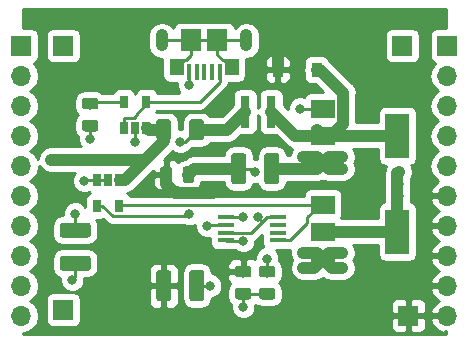
<source format=gbr>
G04 #@! TF.GenerationSoftware,KiCad,Pcbnew,(5.0.1)-3*
G04 #@! TF.CreationDate,2019-08-21T09:16:29-04:00*
G04 #@! TF.ProjectId,BMS Module,424D53204D6F64756C652E6B69636164,rev?*
G04 #@! TF.SameCoordinates,Original*
G04 #@! TF.FileFunction,Copper,L1,Top,Signal*
G04 #@! TF.FilePolarity,Positive*
%FSLAX46Y46*%
G04 Gerber Fmt 4.6, Leading zero omitted, Abs format (unit mm)*
G04 Created by KiCad (PCBNEW (5.0.1)-3) date 8/21/2019 9:16:29 AM*
%MOMM*%
%LPD*%
G01*
G04 APERTURE LIST*
G04 #@! TA.AperFunction,SMDPad,CuDef*
%ADD10R,1.750000X1.900000*%
G04 #@! TD*
G04 #@! TA.AperFunction,SMDPad,CuDef*
%ADD11R,0.400000X1.400000*%
G04 #@! TD*
G04 #@! TA.AperFunction,ComponentPad*
%ADD12O,1.050000X1.900000*%
G04 #@! TD*
G04 #@! TA.AperFunction,SMDPad,CuDef*
%ADD13R,1.150000X1.450000*%
G04 #@! TD*
G04 #@! TA.AperFunction,Conductor*
%ADD14C,0.100000*%
G04 #@! TD*
G04 #@! TA.AperFunction,SMDPad,CuDef*
%ADD15C,1.250000*%
G04 #@! TD*
G04 #@! TA.AperFunction,ComponentPad*
%ADD16R,1.700000X1.700000*%
G04 #@! TD*
G04 #@! TA.AperFunction,ComponentPad*
%ADD17O,1.700000X1.700000*%
G04 #@! TD*
G04 #@! TA.AperFunction,SMDPad,CuDef*
%ADD18R,0.900000X1.200000*%
G04 #@! TD*
G04 #@! TA.AperFunction,SMDPad,CuDef*
%ADD19R,0.800000X2.700000*%
G04 #@! TD*
G04 #@! TA.AperFunction,SMDPad,CuDef*
%ADD20R,1.450000X0.450000*%
G04 #@! TD*
G04 #@! TA.AperFunction,SMDPad,CuDef*
%ADD21R,2.000000X1.500000*%
G04 #@! TD*
G04 #@! TA.AperFunction,SMDPad,CuDef*
%ADD22R,2.000000X3.800000*%
G04 #@! TD*
G04 #@! TA.AperFunction,SMDPad,CuDef*
%ADD23R,0.650000X1.060000*%
G04 #@! TD*
G04 #@! TA.AperFunction,SMDPad,CuDef*
%ADD24C,0.975000*%
G04 #@! TD*
G04 #@! TA.AperFunction,ViaPad*
%ADD25C,0.800000*%
G04 #@! TD*
G04 #@! TA.AperFunction,Conductor*
%ADD26C,0.250000*%
G04 #@! TD*
G04 #@! TA.AperFunction,Conductor*
%ADD27C,1.000000*%
G04 #@! TD*
G04 #@! TA.AperFunction,Conductor*
%ADD28C,0.254000*%
G04 #@! TD*
G04 APERTURE END LIST*
D10*
G04 #@! TO.P,J4,6*
G04 #@! TO.N,Net-(J4-Pad6)*
X80155000Y-49600000D03*
D11*
G04 #@! TO.P,J4,2*
G04 #@! TO.N,Net-(J4-Pad2)*
X81930000Y-52250000D03*
G04 #@! TO.P,J4,1*
G04 #@! TO.N,Net-(J4-Pad1)*
X82580000Y-52250000D03*
G04 #@! TO.P,J4,5*
G04 #@! TO.N,GND*
X79980000Y-52250000D03*
G04 #@! TO.P,J4,4*
G04 #@! TO.N,Net-(J4-Pad4)*
X80630000Y-52250000D03*
G04 #@! TO.P,J4,3*
G04 #@! TO.N,Net-(J4-Pad3)*
X81280000Y-52250000D03*
D10*
G04 #@! TO.P,J4,6*
G04 #@! TO.N,Net-(J4-Pad6)*
X82405000Y-49600000D03*
D12*
X84855000Y-49600000D03*
X77705000Y-49600000D03*
D13*
X78960000Y-51830000D03*
X83600000Y-51830000D03*
G04 #@! TD*
D14*
G04 #@! TO.N,BAT+*
G04 #@! TO.C,F1*
G36*
X78247504Y-56276204D02*
X78271773Y-56279804D01*
X78295571Y-56285765D01*
X78318671Y-56294030D01*
X78340849Y-56304520D01*
X78361893Y-56317133D01*
X78381598Y-56331747D01*
X78399777Y-56348223D01*
X78416253Y-56366402D01*
X78430867Y-56386107D01*
X78443480Y-56407151D01*
X78453970Y-56429329D01*
X78462235Y-56452429D01*
X78468196Y-56476227D01*
X78471796Y-56500496D01*
X78473000Y-56525000D01*
X78473000Y-57775000D01*
X78471796Y-57799504D01*
X78468196Y-57823773D01*
X78462235Y-57847571D01*
X78453970Y-57870671D01*
X78443480Y-57892849D01*
X78430867Y-57913893D01*
X78416253Y-57933598D01*
X78399777Y-57951777D01*
X78381598Y-57968253D01*
X78361893Y-57982867D01*
X78340849Y-57995480D01*
X78318671Y-58005970D01*
X78295571Y-58014235D01*
X78271773Y-58020196D01*
X78247504Y-58023796D01*
X78223000Y-58025000D01*
X77473000Y-58025000D01*
X77448496Y-58023796D01*
X77424227Y-58020196D01*
X77400429Y-58014235D01*
X77377329Y-58005970D01*
X77355151Y-57995480D01*
X77334107Y-57982867D01*
X77314402Y-57968253D01*
X77296223Y-57951777D01*
X77279747Y-57933598D01*
X77265133Y-57913893D01*
X77252520Y-57892849D01*
X77242030Y-57870671D01*
X77233765Y-57847571D01*
X77227804Y-57823773D01*
X77224204Y-57799504D01*
X77223000Y-57775000D01*
X77223000Y-56525000D01*
X77224204Y-56500496D01*
X77227804Y-56476227D01*
X77233765Y-56452429D01*
X77242030Y-56429329D01*
X77252520Y-56407151D01*
X77265133Y-56386107D01*
X77279747Y-56366402D01*
X77296223Y-56348223D01*
X77314402Y-56331747D01*
X77334107Y-56317133D01*
X77355151Y-56304520D01*
X77377329Y-56294030D01*
X77400429Y-56285765D01*
X77424227Y-56279804D01*
X77448496Y-56276204D01*
X77473000Y-56275000D01*
X78223000Y-56275000D01*
X78247504Y-56276204D01*
X78247504Y-56276204D01*
G37*
D15*
G04 #@! TD*
G04 #@! TO.P,F1,1*
G04 #@! TO.N,BAT+*
X77848000Y-57150000D03*
D14*
G04 #@! TO.N,Net-(F1-Pad2)*
G04 #@! TO.C,F1*
G36*
X81047504Y-56276204D02*
X81071773Y-56279804D01*
X81095571Y-56285765D01*
X81118671Y-56294030D01*
X81140849Y-56304520D01*
X81161893Y-56317133D01*
X81181598Y-56331747D01*
X81199777Y-56348223D01*
X81216253Y-56366402D01*
X81230867Y-56386107D01*
X81243480Y-56407151D01*
X81253970Y-56429329D01*
X81262235Y-56452429D01*
X81268196Y-56476227D01*
X81271796Y-56500496D01*
X81273000Y-56525000D01*
X81273000Y-57775000D01*
X81271796Y-57799504D01*
X81268196Y-57823773D01*
X81262235Y-57847571D01*
X81253970Y-57870671D01*
X81243480Y-57892849D01*
X81230867Y-57913893D01*
X81216253Y-57933598D01*
X81199777Y-57951777D01*
X81181598Y-57968253D01*
X81161893Y-57982867D01*
X81140849Y-57995480D01*
X81118671Y-58005970D01*
X81095571Y-58014235D01*
X81071773Y-58020196D01*
X81047504Y-58023796D01*
X81023000Y-58025000D01*
X80273000Y-58025000D01*
X80248496Y-58023796D01*
X80224227Y-58020196D01*
X80200429Y-58014235D01*
X80177329Y-58005970D01*
X80155151Y-57995480D01*
X80134107Y-57982867D01*
X80114402Y-57968253D01*
X80096223Y-57951777D01*
X80079747Y-57933598D01*
X80065133Y-57913893D01*
X80052520Y-57892849D01*
X80042030Y-57870671D01*
X80033765Y-57847571D01*
X80027804Y-57823773D01*
X80024204Y-57799504D01*
X80023000Y-57775000D01*
X80023000Y-56525000D01*
X80024204Y-56500496D01*
X80027804Y-56476227D01*
X80033765Y-56452429D01*
X80042030Y-56429329D01*
X80052520Y-56407151D01*
X80065133Y-56386107D01*
X80079747Y-56366402D01*
X80096223Y-56348223D01*
X80114402Y-56331747D01*
X80134107Y-56317133D01*
X80155151Y-56304520D01*
X80177329Y-56294030D01*
X80200429Y-56285765D01*
X80224227Y-56279804D01*
X80248496Y-56276204D01*
X80273000Y-56275000D01*
X81023000Y-56275000D01*
X81047504Y-56276204D01*
X81047504Y-56276204D01*
G37*
D15*
G04 #@! TD*
G04 #@! TO.P,F1,2*
G04 #@! TO.N,Net-(F1-Pad2)*
X80648000Y-57150000D03*
D14*
G04 #@! TO.N,Net-(C2-Pad1)*
G04 #@! TO.C,C2*
G36*
X84597504Y-59128204D02*
X84621773Y-59131804D01*
X84645571Y-59137765D01*
X84668671Y-59146030D01*
X84690849Y-59156520D01*
X84711893Y-59169133D01*
X84731598Y-59183747D01*
X84749777Y-59200223D01*
X84766253Y-59218402D01*
X84780867Y-59238107D01*
X84793480Y-59259151D01*
X84803970Y-59281329D01*
X84812235Y-59304429D01*
X84818196Y-59328227D01*
X84821796Y-59352496D01*
X84823000Y-59377000D01*
X84823000Y-61527000D01*
X84821796Y-61551504D01*
X84818196Y-61575773D01*
X84812235Y-61599571D01*
X84803970Y-61622671D01*
X84793480Y-61644849D01*
X84780867Y-61665893D01*
X84766253Y-61685598D01*
X84749777Y-61703777D01*
X84731598Y-61720253D01*
X84711893Y-61734867D01*
X84690849Y-61747480D01*
X84668671Y-61757970D01*
X84645571Y-61766235D01*
X84621773Y-61772196D01*
X84597504Y-61775796D01*
X84573000Y-61777000D01*
X83823000Y-61777000D01*
X83798496Y-61775796D01*
X83774227Y-61772196D01*
X83750429Y-61766235D01*
X83727329Y-61757970D01*
X83705151Y-61747480D01*
X83684107Y-61734867D01*
X83664402Y-61720253D01*
X83646223Y-61703777D01*
X83629747Y-61685598D01*
X83615133Y-61665893D01*
X83602520Y-61644849D01*
X83592030Y-61622671D01*
X83583765Y-61599571D01*
X83577804Y-61575773D01*
X83574204Y-61551504D01*
X83573000Y-61527000D01*
X83573000Y-59377000D01*
X83574204Y-59352496D01*
X83577804Y-59328227D01*
X83583765Y-59304429D01*
X83592030Y-59281329D01*
X83602520Y-59259151D01*
X83615133Y-59238107D01*
X83629747Y-59218402D01*
X83646223Y-59200223D01*
X83664402Y-59183747D01*
X83684107Y-59169133D01*
X83705151Y-59156520D01*
X83727329Y-59146030D01*
X83750429Y-59137765D01*
X83774227Y-59131804D01*
X83798496Y-59128204D01*
X83823000Y-59127000D01*
X84573000Y-59127000D01*
X84597504Y-59128204D01*
X84597504Y-59128204D01*
G37*
D15*
G04 #@! TD*
G04 #@! TO.P,C2,1*
G04 #@! TO.N,Net-(C2-Pad1)*
X84198000Y-60452000D03*
D14*
G04 #@! TO.N,GND*
G04 #@! TO.C,C2*
G36*
X87397504Y-59128204D02*
X87421773Y-59131804D01*
X87445571Y-59137765D01*
X87468671Y-59146030D01*
X87490849Y-59156520D01*
X87511893Y-59169133D01*
X87531598Y-59183747D01*
X87549777Y-59200223D01*
X87566253Y-59218402D01*
X87580867Y-59238107D01*
X87593480Y-59259151D01*
X87603970Y-59281329D01*
X87612235Y-59304429D01*
X87618196Y-59328227D01*
X87621796Y-59352496D01*
X87623000Y-59377000D01*
X87623000Y-61527000D01*
X87621796Y-61551504D01*
X87618196Y-61575773D01*
X87612235Y-61599571D01*
X87603970Y-61622671D01*
X87593480Y-61644849D01*
X87580867Y-61665893D01*
X87566253Y-61685598D01*
X87549777Y-61703777D01*
X87531598Y-61720253D01*
X87511893Y-61734867D01*
X87490849Y-61747480D01*
X87468671Y-61757970D01*
X87445571Y-61766235D01*
X87421773Y-61772196D01*
X87397504Y-61775796D01*
X87373000Y-61777000D01*
X86623000Y-61777000D01*
X86598496Y-61775796D01*
X86574227Y-61772196D01*
X86550429Y-61766235D01*
X86527329Y-61757970D01*
X86505151Y-61747480D01*
X86484107Y-61734867D01*
X86464402Y-61720253D01*
X86446223Y-61703777D01*
X86429747Y-61685598D01*
X86415133Y-61665893D01*
X86402520Y-61644849D01*
X86392030Y-61622671D01*
X86383765Y-61599571D01*
X86377804Y-61575773D01*
X86374204Y-61551504D01*
X86373000Y-61527000D01*
X86373000Y-59377000D01*
X86374204Y-59352496D01*
X86377804Y-59328227D01*
X86383765Y-59304429D01*
X86392030Y-59281329D01*
X86402520Y-59259151D01*
X86415133Y-59238107D01*
X86429747Y-59218402D01*
X86446223Y-59200223D01*
X86464402Y-59183747D01*
X86484107Y-59169133D01*
X86505151Y-59156520D01*
X86527329Y-59146030D01*
X86550429Y-59137765D01*
X86574227Y-59131804D01*
X86598496Y-59128204D01*
X86623000Y-59127000D01*
X87373000Y-59127000D01*
X87397504Y-59128204D01*
X87397504Y-59128204D01*
G37*
D15*
G04 #@! TD*
G04 #@! TO.P,C2,2*
G04 #@! TO.N,GND*
X86998000Y-60452000D03*
D14*
G04 #@! TO.N,GND*
G04 #@! TO.C,C3*
G36*
X81047504Y-69034204D02*
X81071773Y-69037804D01*
X81095571Y-69043765D01*
X81118671Y-69052030D01*
X81140849Y-69062520D01*
X81161893Y-69075133D01*
X81181598Y-69089747D01*
X81199777Y-69106223D01*
X81216253Y-69124402D01*
X81230867Y-69144107D01*
X81243480Y-69165151D01*
X81253970Y-69187329D01*
X81262235Y-69210429D01*
X81268196Y-69234227D01*
X81271796Y-69258496D01*
X81273000Y-69283000D01*
X81273000Y-71433000D01*
X81271796Y-71457504D01*
X81268196Y-71481773D01*
X81262235Y-71505571D01*
X81253970Y-71528671D01*
X81243480Y-71550849D01*
X81230867Y-71571893D01*
X81216253Y-71591598D01*
X81199777Y-71609777D01*
X81181598Y-71626253D01*
X81161893Y-71640867D01*
X81140849Y-71653480D01*
X81118671Y-71663970D01*
X81095571Y-71672235D01*
X81071773Y-71678196D01*
X81047504Y-71681796D01*
X81023000Y-71683000D01*
X80273000Y-71683000D01*
X80248496Y-71681796D01*
X80224227Y-71678196D01*
X80200429Y-71672235D01*
X80177329Y-71663970D01*
X80155151Y-71653480D01*
X80134107Y-71640867D01*
X80114402Y-71626253D01*
X80096223Y-71609777D01*
X80079747Y-71591598D01*
X80065133Y-71571893D01*
X80052520Y-71550849D01*
X80042030Y-71528671D01*
X80033765Y-71505571D01*
X80027804Y-71481773D01*
X80024204Y-71457504D01*
X80023000Y-71433000D01*
X80023000Y-69283000D01*
X80024204Y-69258496D01*
X80027804Y-69234227D01*
X80033765Y-69210429D01*
X80042030Y-69187329D01*
X80052520Y-69165151D01*
X80065133Y-69144107D01*
X80079747Y-69124402D01*
X80096223Y-69106223D01*
X80114402Y-69089747D01*
X80134107Y-69075133D01*
X80155151Y-69062520D01*
X80177329Y-69052030D01*
X80200429Y-69043765D01*
X80224227Y-69037804D01*
X80248496Y-69034204D01*
X80273000Y-69033000D01*
X81023000Y-69033000D01*
X81047504Y-69034204D01*
X81047504Y-69034204D01*
G37*
D15*
G04 #@! TD*
G04 #@! TO.P,C3,2*
G04 #@! TO.N,GND*
X80648000Y-70358000D03*
D14*
G04 #@! TO.N,OUT+*
G04 #@! TO.C,C3*
G36*
X78247504Y-69034204D02*
X78271773Y-69037804D01*
X78295571Y-69043765D01*
X78318671Y-69052030D01*
X78340849Y-69062520D01*
X78361893Y-69075133D01*
X78381598Y-69089747D01*
X78399777Y-69106223D01*
X78416253Y-69124402D01*
X78430867Y-69144107D01*
X78443480Y-69165151D01*
X78453970Y-69187329D01*
X78462235Y-69210429D01*
X78468196Y-69234227D01*
X78471796Y-69258496D01*
X78473000Y-69283000D01*
X78473000Y-71433000D01*
X78471796Y-71457504D01*
X78468196Y-71481773D01*
X78462235Y-71505571D01*
X78453970Y-71528671D01*
X78443480Y-71550849D01*
X78430867Y-71571893D01*
X78416253Y-71591598D01*
X78399777Y-71609777D01*
X78381598Y-71626253D01*
X78361893Y-71640867D01*
X78340849Y-71653480D01*
X78318671Y-71663970D01*
X78295571Y-71672235D01*
X78271773Y-71678196D01*
X78247504Y-71681796D01*
X78223000Y-71683000D01*
X77473000Y-71683000D01*
X77448496Y-71681796D01*
X77424227Y-71678196D01*
X77400429Y-71672235D01*
X77377329Y-71663970D01*
X77355151Y-71653480D01*
X77334107Y-71640867D01*
X77314402Y-71626253D01*
X77296223Y-71609777D01*
X77279747Y-71591598D01*
X77265133Y-71571893D01*
X77252520Y-71550849D01*
X77242030Y-71528671D01*
X77233765Y-71505571D01*
X77227804Y-71481773D01*
X77224204Y-71457504D01*
X77223000Y-71433000D01*
X77223000Y-69283000D01*
X77224204Y-69258496D01*
X77227804Y-69234227D01*
X77233765Y-69210429D01*
X77242030Y-69187329D01*
X77252520Y-69165151D01*
X77265133Y-69144107D01*
X77279747Y-69124402D01*
X77296223Y-69106223D01*
X77314402Y-69089747D01*
X77334107Y-69075133D01*
X77355151Y-69062520D01*
X77377329Y-69052030D01*
X77400429Y-69043765D01*
X77424227Y-69037804D01*
X77448496Y-69034204D01*
X77473000Y-69033000D01*
X78223000Y-69033000D01*
X78247504Y-69034204D01*
X78247504Y-69034204D01*
G37*
D15*
G04 #@! TD*
G04 #@! TO.P,C3,1*
G04 #@! TO.N,OUT+*
X77848000Y-70358000D03*
D14*
G04 #@! TO.N,BAT+*
G04 #@! TO.C,C1*
G36*
X71457504Y-67832204D02*
X71481773Y-67835804D01*
X71505571Y-67841765D01*
X71528671Y-67850030D01*
X71550849Y-67860520D01*
X71571893Y-67873133D01*
X71591598Y-67887747D01*
X71609777Y-67904223D01*
X71626253Y-67922402D01*
X71640867Y-67942107D01*
X71653480Y-67963151D01*
X71663970Y-67985329D01*
X71672235Y-68008429D01*
X71678196Y-68032227D01*
X71681796Y-68056496D01*
X71683000Y-68081000D01*
X71683000Y-68831000D01*
X71681796Y-68855504D01*
X71678196Y-68879773D01*
X71672235Y-68903571D01*
X71663970Y-68926671D01*
X71653480Y-68948849D01*
X71640867Y-68969893D01*
X71626253Y-68989598D01*
X71609777Y-69007777D01*
X71591598Y-69024253D01*
X71571893Y-69038867D01*
X71550849Y-69051480D01*
X71528671Y-69061970D01*
X71505571Y-69070235D01*
X71481773Y-69076196D01*
X71457504Y-69079796D01*
X71433000Y-69081000D01*
X69283000Y-69081000D01*
X69258496Y-69079796D01*
X69234227Y-69076196D01*
X69210429Y-69070235D01*
X69187329Y-69061970D01*
X69165151Y-69051480D01*
X69144107Y-69038867D01*
X69124402Y-69024253D01*
X69106223Y-69007777D01*
X69089747Y-68989598D01*
X69075133Y-68969893D01*
X69062520Y-68948849D01*
X69052030Y-68926671D01*
X69043765Y-68903571D01*
X69037804Y-68879773D01*
X69034204Y-68855504D01*
X69033000Y-68831000D01*
X69033000Y-68081000D01*
X69034204Y-68056496D01*
X69037804Y-68032227D01*
X69043765Y-68008429D01*
X69052030Y-67985329D01*
X69062520Y-67963151D01*
X69075133Y-67942107D01*
X69089747Y-67922402D01*
X69106223Y-67904223D01*
X69124402Y-67887747D01*
X69144107Y-67873133D01*
X69165151Y-67860520D01*
X69187329Y-67850030D01*
X69210429Y-67841765D01*
X69234227Y-67835804D01*
X69258496Y-67832204D01*
X69283000Y-67831000D01*
X71433000Y-67831000D01*
X71457504Y-67832204D01*
X71457504Y-67832204D01*
G37*
D15*
G04 #@! TD*
G04 #@! TO.P,C1,1*
G04 #@! TO.N,BAT+*
X70358000Y-68456000D03*
D14*
G04 #@! TO.N,GND*
G04 #@! TO.C,C1*
G36*
X71457504Y-65032204D02*
X71481773Y-65035804D01*
X71505571Y-65041765D01*
X71528671Y-65050030D01*
X71550849Y-65060520D01*
X71571893Y-65073133D01*
X71591598Y-65087747D01*
X71609777Y-65104223D01*
X71626253Y-65122402D01*
X71640867Y-65142107D01*
X71653480Y-65163151D01*
X71663970Y-65185329D01*
X71672235Y-65208429D01*
X71678196Y-65232227D01*
X71681796Y-65256496D01*
X71683000Y-65281000D01*
X71683000Y-66031000D01*
X71681796Y-66055504D01*
X71678196Y-66079773D01*
X71672235Y-66103571D01*
X71663970Y-66126671D01*
X71653480Y-66148849D01*
X71640867Y-66169893D01*
X71626253Y-66189598D01*
X71609777Y-66207777D01*
X71591598Y-66224253D01*
X71571893Y-66238867D01*
X71550849Y-66251480D01*
X71528671Y-66261970D01*
X71505571Y-66270235D01*
X71481773Y-66276196D01*
X71457504Y-66279796D01*
X71433000Y-66281000D01*
X69283000Y-66281000D01*
X69258496Y-66279796D01*
X69234227Y-66276196D01*
X69210429Y-66270235D01*
X69187329Y-66261970D01*
X69165151Y-66251480D01*
X69144107Y-66238867D01*
X69124402Y-66224253D01*
X69106223Y-66207777D01*
X69089747Y-66189598D01*
X69075133Y-66169893D01*
X69062520Y-66148849D01*
X69052030Y-66126671D01*
X69043765Y-66103571D01*
X69037804Y-66079773D01*
X69034204Y-66055504D01*
X69033000Y-66031000D01*
X69033000Y-65281000D01*
X69034204Y-65256496D01*
X69037804Y-65232227D01*
X69043765Y-65208429D01*
X69052030Y-65185329D01*
X69062520Y-65163151D01*
X69075133Y-65142107D01*
X69089747Y-65122402D01*
X69106223Y-65104223D01*
X69124402Y-65087747D01*
X69144107Y-65073133D01*
X69165151Y-65060520D01*
X69187329Y-65050030D01*
X69210429Y-65041765D01*
X69234227Y-65035804D01*
X69258496Y-65032204D01*
X69283000Y-65031000D01*
X71433000Y-65031000D01*
X71457504Y-65032204D01*
X71457504Y-65032204D01*
G37*
D15*
G04 #@! TD*
G04 #@! TO.P,C1,2*
G04 #@! TO.N,GND*
X70358000Y-65656000D03*
D16*
G04 #@! TO.P,J1,1*
G04 #@! TO.N,BAT+*
X69342000Y-72390000D03*
G04 #@! TD*
G04 #@! TO.P,J3,1*
G04 #@! TO.N,GND*
X69342000Y-50038000D03*
G04 #@! TD*
G04 #@! TO.P,J6,1*
G04 #@! TO.N,OUT+*
X98552000Y-72898000D03*
G04 #@! TD*
G04 #@! TO.P,J7,1*
G04 #@! TO.N,Net-(J5-Pad1)*
X98044000Y-50038000D03*
G04 #@! TD*
D17*
G04 #@! TO.P,J5,10*
G04 #@! TO.N,OUT+*
X101854000Y-72898000D03*
G04 #@! TO.P,J5,9*
X101854000Y-70358000D03*
G04 #@! TO.P,J5,8*
X101854000Y-67818000D03*
G04 #@! TO.P,J5,7*
X101854000Y-65278000D03*
G04 #@! TO.P,J5,6*
X101854000Y-62738000D03*
G04 #@! TO.P,J5,5*
G04 #@! TO.N,Net-(J5-Pad1)*
X101854000Y-60198000D03*
G04 #@! TO.P,J5,4*
X101854000Y-57658000D03*
G04 #@! TO.P,J5,3*
X101854000Y-55118000D03*
G04 #@! TO.P,J5,2*
X101854000Y-52578000D03*
D16*
G04 #@! TO.P,J5,1*
X101854000Y-50038000D03*
G04 #@! TD*
G04 #@! TO.P,J2,1*
G04 #@! TO.N,GND*
X65786000Y-50038000D03*
D17*
G04 #@! TO.P,J2,2*
X65786000Y-52578000D03*
G04 #@! TO.P,J2,3*
X65786000Y-55118000D03*
G04 #@! TO.P,J2,4*
X65786000Y-57658000D03*
G04 #@! TO.P,J2,5*
X65786000Y-60198000D03*
G04 #@! TO.P,J2,6*
G04 #@! TO.N,BAT+*
X65786000Y-62738000D03*
G04 #@! TO.P,J2,7*
X65786000Y-65278000D03*
G04 #@! TO.P,J2,8*
X65786000Y-67818000D03*
G04 #@! TO.P,J2,9*
X65786000Y-70358000D03*
G04 #@! TO.P,J2,10*
X65786000Y-72898000D03*
G04 #@! TD*
D18*
G04 #@! TO.P,D1,1*
G04 #@! TO.N,OUT+*
X87504000Y-52070000D03*
G04 #@! TO.P,D1,2*
G04 #@! TO.N,Net-(D1-Pad2)*
X90804000Y-52070000D03*
G04 #@! TD*
D19*
G04 #@! TO.P,L1,1*
G04 #@! TO.N,Net-(F1-Pad2)*
X84752000Y-55626000D03*
G04 #@! TO.P,L1,2*
G04 #@! TO.N,Net-(D1-Pad2)*
X86952000Y-55626000D03*
G04 #@! TD*
D20*
G04 #@! TO.P,U3,1*
G04 #@! TO.N,Net-(U3-Pad1)*
X83144000Y-64557000D03*
G04 #@! TO.P,U3,2*
G04 #@! TO.N,GND*
X83144000Y-65207000D03*
G04 #@! TO.P,U3,3*
G04 #@! TO.N,Net-(C2-Pad1)*
X83144000Y-65857000D03*
G04 #@! TO.P,U3,4*
G04 #@! TO.N,Net-(R2-Pad2)*
X83144000Y-66507000D03*
G04 #@! TO.P,U3,5*
G04 #@! TO.N,SHDN*
X87544000Y-66507000D03*
G04 #@! TO.P,U3,6*
G04 #@! TO.N,Net-(U3-Pad6)*
X87544000Y-65857000D03*
G04 #@! TO.P,U3,7*
G04 #@! TO.N,Net-(U3-Pad7)*
X87544000Y-65207000D03*
G04 #@! TO.P,U3,8*
G04 #@! TO.N,Net-(C2-Pad1)*
X87544000Y-64557000D03*
G04 #@! TD*
D21*
G04 #@! TO.P,U4,1*
G04 #@! TO.N,Net-(U3-Pad1)*
X91338000Y-55358000D03*
G04 #@! TO.P,U4,3*
G04 #@! TO.N,GND*
X91338000Y-59958000D03*
G04 #@! TO.P,U4,2*
G04 #@! TO.N,Net-(D1-Pad2)*
X91338000Y-57658000D03*
D22*
G04 #@! TO.P,U4,4*
X97638000Y-57658000D03*
G04 #@! TD*
G04 #@! TO.P,U5,4*
G04 #@! TO.N,Net-(J5-Pad1)*
X97638000Y-65786000D03*
D21*
G04 #@! TO.P,U5,2*
X91338000Y-65786000D03*
G04 #@! TO.P,U5,3*
G04 #@! TO.N,GND*
X91338000Y-68086000D03*
G04 #@! TO.P,U5,1*
G04 #@! TO.N,SHDN*
X91338000Y-63486000D03*
G04 #@! TD*
D23*
G04 #@! TO.P,U1,5*
G04 #@! TO.N,Net-(R4-Pad1)*
X74488000Y-54780000D03*
G04 #@! TO.P,U1,4*
G04 #@! TO.N,Net-(J4-Pad1)*
X76388000Y-54780000D03*
G04 #@! TO.P,U1,3*
G04 #@! TO.N,BAT+*
X76388000Y-56980000D03*
G04 #@! TO.P,U1,2*
G04 #@! TO.N,GND*
X75438000Y-56980000D03*
G04 #@! TO.P,U1,1*
G04 #@! TO.N,Net-(J4-Pad1)*
X74488000Y-56980000D03*
G04 #@! TD*
G04 #@! TO.P,U2,1*
G04 #@! TO.N,BAT+*
X74102000Y-61384000D03*
G04 #@! TO.P,U2,2*
G04 #@! TO.N,GND*
X73152000Y-61384000D03*
G04 #@! TO.P,U2,3*
X72202000Y-61384000D03*
G04 #@! TO.P,U2,4*
G04 #@! TO.N,Net-(F1-Pad2)*
X72202000Y-63584000D03*
G04 #@! TO.P,U2,5*
G04 #@! TO.N,SHDN*
X74102000Y-63584000D03*
G04 #@! TD*
D14*
G04 #@! TO.N,GND*
G04 #@! TO.C,R3*
G36*
X87094142Y-68680174D02*
X87117803Y-68683684D01*
X87141007Y-68689496D01*
X87163529Y-68697554D01*
X87185153Y-68707782D01*
X87205670Y-68720079D01*
X87224883Y-68734329D01*
X87242607Y-68750393D01*
X87258671Y-68768117D01*
X87272921Y-68787330D01*
X87285218Y-68807847D01*
X87295446Y-68829471D01*
X87303504Y-68851993D01*
X87309316Y-68875197D01*
X87312826Y-68898858D01*
X87314000Y-68922750D01*
X87314000Y-69410250D01*
X87312826Y-69434142D01*
X87309316Y-69457803D01*
X87303504Y-69481007D01*
X87295446Y-69503529D01*
X87285218Y-69525153D01*
X87272921Y-69545670D01*
X87258671Y-69564883D01*
X87242607Y-69582607D01*
X87224883Y-69598671D01*
X87205670Y-69612921D01*
X87185153Y-69625218D01*
X87163529Y-69635446D01*
X87141007Y-69643504D01*
X87117803Y-69649316D01*
X87094142Y-69652826D01*
X87070250Y-69654000D01*
X86157750Y-69654000D01*
X86133858Y-69652826D01*
X86110197Y-69649316D01*
X86086993Y-69643504D01*
X86064471Y-69635446D01*
X86042847Y-69625218D01*
X86022330Y-69612921D01*
X86003117Y-69598671D01*
X85985393Y-69582607D01*
X85969329Y-69564883D01*
X85955079Y-69545670D01*
X85942782Y-69525153D01*
X85932554Y-69503529D01*
X85924496Y-69481007D01*
X85918684Y-69457803D01*
X85915174Y-69434142D01*
X85914000Y-69410250D01*
X85914000Y-68922750D01*
X85915174Y-68898858D01*
X85918684Y-68875197D01*
X85924496Y-68851993D01*
X85932554Y-68829471D01*
X85942782Y-68807847D01*
X85955079Y-68787330D01*
X85969329Y-68768117D01*
X85985393Y-68750393D01*
X86003117Y-68734329D01*
X86022330Y-68720079D01*
X86042847Y-68707782D01*
X86064471Y-68697554D01*
X86086993Y-68689496D01*
X86110197Y-68683684D01*
X86133858Y-68680174D01*
X86157750Y-68679000D01*
X87070250Y-68679000D01*
X87094142Y-68680174D01*
X87094142Y-68680174D01*
G37*
D24*
G04 #@! TD*
G04 #@! TO.P,R3,2*
G04 #@! TO.N,GND*
X86614000Y-69166500D03*
D14*
G04 #@! TO.N,Net-(R2-Pad2)*
G04 #@! TO.C,R3*
G36*
X87094142Y-70555174D02*
X87117803Y-70558684D01*
X87141007Y-70564496D01*
X87163529Y-70572554D01*
X87185153Y-70582782D01*
X87205670Y-70595079D01*
X87224883Y-70609329D01*
X87242607Y-70625393D01*
X87258671Y-70643117D01*
X87272921Y-70662330D01*
X87285218Y-70682847D01*
X87295446Y-70704471D01*
X87303504Y-70726993D01*
X87309316Y-70750197D01*
X87312826Y-70773858D01*
X87314000Y-70797750D01*
X87314000Y-71285250D01*
X87312826Y-71309142D01*
X87309316Y-71332803D01*
X87303504Y-71356007D01*
X87295446Y-71378529D01*
X87285218Y-71400153D01*
X87272921Y-71420670D01*
X87258671Y-71439883D01*
X87242607Y-71457607D01*
X87224883Y-71473671D01*
X87205670Y-71487921D01*
X87185153Y-71500218D01*
X87163529Y-71510446D01*
X87141007Y-71518504D01*
X87117803Y-71524316D01*
X87094142Y-71527826D01*
X87070250Y-71529000D01*
X86157750Y-71529000D01*
X86133858Y-71527826D01*
X86110197Y-71524316D01*
X86086993Y-71518504D01*
X86064471Y-71510446D01*
X86042847Y-71500218D01*
X86022330Y-71487921D01*
X86003117Y-71473671D01*
X85985393Y-71457607D01*
X85969329Y-71439883D01*
X85955079Y-71420670D01*
X85942782Y-71400153D01*
X85932554Y-71378529D01*
X85924496Y-71356007D01*
X85918684Y-71332803D01*
X85915174Y-71309142D01*
X85914000Y-71285250D01*
X85914000Y-70797750D01*
X85915174Y-70773858D01*
X85918684Y-70750197D01*
X85924496Y-70726993D01*
X85932554Y-70704471D01*
X85942782Y-70682847D01*
X85955079Y-70662330D01*
X85969329Y-70643117D01*
X85985393Y-70625393D01*
X86003117Y-70609329D01*
X86022330Y-70595079D01*
X86042847Y-70582782D01*
X86064471Y-70572554D01*
X86086993Y-70564496D01*
X86110197Y-70558684D01*
X86133858Y-70555174D01*
X86157750Y-70554000D01*
X87070250Y-70554000D01*
X87094142Y-70555174D01*
X87094142Y-70555174D01*
G37*
D24*
G04 #@! TD*
G04 #@! TO.P,R3,1*
G04 #@! TO.N,Net-(R2-Pad2)*
X86614000Y-71041500D03*
D14*
G04 #@! TO.N,Net-(R4-Pad1)*
G04 #@! TO.C,R4*
G36*
X72108142Y-54456174D02*
X72131803Y-54459684D01*
X72155007Y-54465496D01*
X72177529Y-54473554D01*
X72199153Y-54483782D01*
X72219670Y-54496079D01*
X72238883Y-54510329D01*
X72256607Y-54526393D01*
X72272671Y-54544117D01*
X72286921Y-54563330D01*
X72299218Y-54583847D01*
X72309446Y-54605471D01*
X72317504Y-54627993D01*
X72323316Y-54651197D01*
X72326826Y-54674858D01*
X72328000Y-54698750D01*
X72328000Y-55186250D01*
X72326826Y-55210142D01*
X72323316Y-55233803D01*
X72317504Y-55257007D01*
X72309446Y-55279529D01*
X72299218Y-55301153D01*
X72286921Y-55321670D01*
X72272671Y-55340883D01*
X72256607Y-55358607D01*
X72238883Y-55374671D01*
X72219670Y-55388921D01*
X72199153Y-55401218D01*
X72177529Y-55411446D01*
X72155007Y-55419504D01*
X72131803Y-55425316D01*
X72108142Y-55428826D01*
X72084250Y-55430000D01*
X71171750Y-55430000D01*
X71147858Y-55428826D01*
X71124197Y-55425316D01*
X71100993Y-55419504D01*
X71078471Y-55411446D01*
X71056847Y-55401218D01*
X71036330Y-55388921D01*
X71017117Y-55374671D01*
X70999393Y-55358607D01*
X70983329Y-55340883D01*
X70969079Y-55321670D01*
X70956782Y-55301153D01*
X70946554Y-55279529D01*
X70938496Y-55257007D01*
X70932684Y-55233803D01*
X70929174Y-55210142D01*
X70928000Y-55186250D01*
X70928000Y-54698750D01*
X70929174Y-54674858D01*
X70932684Y-54651197D01*
X70938496Y-54627993D01*
X70946554Y-54605471D01*
X70956782Y-54583847D01*
X70969079Y-54563330D01*
X70983329Y-54544117D01*
X70999393Y-54526393D01*
X71017117Y-54510329D01*
X71036330Y-54496079D01*
X71056847Y-54483782D01*
X71078471Y-54473554D01*
X71100993Y-54465496D01*
X71124197Y-54459684D01*
X71147858Y-54456174D01*
X71171750Y-54455000D01*
X72084250Y-54455000D01*
X72108142Y-54456174D01*
X72108142Y-54456174D01*
G37*
D24*
G04 #@! TD*
G04 #@! TO.P,R4,1*
G04 #@! TO.N,Net-(R4-Pad1)*
X71628000Y-54942500D03*
D14*
G04 #@! TO.N,GND*
G04 #@! TO.C,R4*
G36*
X72108142Y-56331174D02*
X72131803Y-56334684D01*
X72155007Y-56340496D01*
X72177529Y-56348554D01*
X72199153Y-56358782D01*
X72219670Y-56371079D01*
X72238883Y-56385329D01*
X72256607Y-56401393D01*
X72272671Y-56419117D01*
X72286921Y-56438330D01*
X72299218Y-56458847D01*
X72309446Y-56480471D01*
X72317504Y-56502993D01*
X72323316Y-56526197D01*
X72326826Y-56549858D01*
X72328000Y-56573750D01*
X72328000Y-57061250D01*
X72326826Y-57085142D01*
X72323316Y-57108803D01*
X72317504Y-57132007D01*
X72309446Y-57154529D01*
X72299218Y-57176153D01*
X72286921Y-57196670D01*
X72272671Y-57215883D01*
X72256607Y-57233607D01*
X72238883Y-57249671D01*
X72219670Y-57263921D01*
X72199153Y-57276218D01*
X72177529Y-57286446D01*
X72155007Y-57294504D01*
X72131803Y-57300316D01*
X72108142Y-57303826D01*
X72084250Y-57305000D01*
X71171750Y-57305000D01*
X71147858Y-57303826D01*
X71124197Y-57300316D01*
X71100993Y-57294504D01*
X71078471Y-57286446D01*
X71056847Y-57276218D01*
X71036330Y-57263921D01*
X71017117Y-57249671D01*
X70999393Y-57233607D01*
X70983329Y-57215883D01*
X70969079Y-57196670D01*
X70956782Y-57176153D01*
X70946554Y-57154529D01*
X70938496Y-57132007D01*
X70932684Y-57108803D01*
X70929174Y-57085142D01*
X70928000Y-57061250D01*
X70928000Y-56573750D01*
X70929174Y-56549858D01*
X70932684Y-56526197D01*
X70938496Y-56502993D01*
X70946554Y-56480471D01*
X70956782Y-56458847D01*
X70969079Y-56438330D01*
X70983329Y-56419117D01*
X70999393Y-56401393D01*
X71017117Y-56385329D01*
X71036330Y-56371079D01*
X71056847Y-56358782D01*
X71078471Y-56348554D01*
X71100993Y-56340496D01*
X71124197Y-56334684D01*
X71147858Y-56331174D01*
X71171750Y-56330000D01*
X72084250Y-56330000D01*
X72108142Y-56331174D01*
X72108142Y-56331174D01*
G37*
D24*
G04 #@! TD*
G04 #@! TO.P,R4,2*
G04 #@! TO.N,GND*
X71628000Y-56817500D03*
D14*
G04 #@! TO.N,Net-(R2-Pad2)*
G04 #@! TO.C,R2*
G36*
X85062142Y-70555174D02*
X85085803Y-70558684D01*
X85109007Y-70564496D01*
X85131529Y-70572554D01*
X85153153Y-70582782D01*
X85173670Y-70595079D01*
X85192883Y-70609329D01*
X85210607Y-70625393D01*
X85226671Y-70643117D01*
X85240921Y-70662330D01*
X85253218Y-70682847D01*
X85263446Y-70704471D01*
X85271504Y-70726993D01*
X85277316Y-70750197D01*
X85280826Y-70773858D01*
X85282000Y-70797750D01*
X85282000Y-71285250D01*
X85280826Y-71309142D01*
X85277316Y-71332803D01*
X85271504Y-71356007D01*
X85263446Y-71378529D01*
X85253218Y-71400153D01*
X85240921Y-71420670D01*
X85226671Y-71439883D01*
X85210607Y-71457607D01*
X85192883Y-71473671D01*
X85173670Y-71487921D01*
X85153153Y-71500218D01*
X85131529Y-71510446D01*
X85109007Y-71518504D01*
X85085803Y-71524316D01*
X85062142Y-71527826D01*
X85038250Y-71529000D01*
X84125750Y-71529000D01*
X84101858Y-71527826D01*
X84078197Y-71524316D01*
X84054993Y-71518504D01*
X84032471Y-71510446D01*
X84010847Y-71500218D01*
X83990330Y-71487921D01*
X83971117Y-71473671D01*
X83953393Y-71457607D01*
X83937329Y-71439883D01*
X83923079Y-71420670D01*
X83910782Y-71400153D01*
X83900554Y-71378529D01*
X83892496Y-71356007D01*
X83886684Y-71332803D01*
X83883174Y-71309142D01*
X83882000Y-71285250D01*
X83882000Y-70797750D01*
X83883174Y-70773858D01*
X83886684Y-70750197D01*
X83892496Y-70726993D01*
X83900554Y-70704471D01*
X83910782Y-70682847D01*
X83923079Y-70662330D01*
X83937329Y-70643117D01*
X83953393Y-70625393D01*
X83971117Y-70609329D01*
X83990330Y-70595079D01*
X84010847Y-70582782D01*
X84032471Y-70572554D01*
X84054993Y-70564496D01*
X84078197Y-70558684D01*
X84101858Y-70555174D01*
X84125750Y-70554000D01*
X85038250Y-70554000D01*
X85062142Y-70555174D01*
X85062142Y-70555174D01*
G37*
D24*
G04 #@! TD*
G04 #@! TO.P,R2,2*
G04 #@! TO.N,Net-(R2-Pad2)*
X84582000Y-71041500D03*
D14*
G04 #@! TO.N,OUT+*
G04 #@! TO.C,R2*
G36*
X85062142Y-68680174D02*
X85085803Y-68683684D01*
X85109007Y-68689496D01*
X85131529Y-68697554D01*
X85153153Y-68707782D01*
X85173670Y-68720079D01*
X85192883Y-68734329D01*
X85210607Y-68750393D01*
X85226671Y-68768117D01*
X85240921Y-68787330D01*
X85253218Y-68807847D01*
X85263446Y-68829471D01*
X85271504Y-68851993D01*
X85277316Y-68875197D01*
X85280826Y-68898858D01*
X85282000Y-68922750D01*
X85282000Y-69410250D01*
X85280826Y-69434142D01*
X85277316Y-69457803D01*
X85271504Y-69481007D01*
X85263446Y-69503529D01*
X85253218Y-69525153D01*
X85240921Y-69545670D01*
X85226671Y-69564883D01*
X85210607Y-69582607D01*
X85192883Y-69598671D01*
X85173670Y-69612921D01*
X85153153Y-69625218D01*
X85131529Y-69635446D01*
X85109007Y-69643504D01*
X85085803Y-69649316D01*
X85062142Y-69652826D01*
X85038250Y-69654000D01*
X84125750Y-69654000D01*
X84101858Y-69652826D01*
X84078197Y-69649316D01*
X84054993Y-69643504D01*
X84032471Y-69635446D01*
X84010847Y-69625218D01*
X83990330Y-69612921D01*
X83971117Y-69598671D01*
X83953393Y-69582607D01*
X83937329Y-69564883D01*
X83923079Y-69545670D01*
X83910782Y-69525153D01*
X83900554Y-69503529D01*
X83892496Y-69481007D01*
X83886684Y-69457803D01*
X83883174Y-69434142D01*
X83882000Y-69410250D01*
X83882000Y-68922750D01*
X83883174Y-68898858D01*
X83886684Y-68875197D01*
X83892496Y-68851993D01*
X83900554Y-68829471D01*
X83910782Y-68807847D01*
X83923079Y-68787330D01*
X83937329Y-68768117D01*
X83953393Y-68750393D01*
X83971117Y-68734329D01*
X83990330Y-68720079D01*
X84010847Y-68707782D01*
X84032471Y-68697554D01*
X84054993Y-68689496D01*
X84078197Y-68683684D01*
X84101858Y-68680174D01*
X84125750Y-68679000D01*
X85038250Y-68679000D01*
X85062142Y-68680174D01*
X85062142Y-68680174D01*
G37*
D24*
G04 #@! TD*
G04 #@! TO.P,R2,1*
G04 #@! TO.N,OUT+*
X84582000Y-69166500D03*
D14*
G04 #@! TO.N,OUT+*
G04 #@! TO.C,R1*
G36*
X78324142Y-60261174D02*
X78347803Y-60264684D01*
X78371007Y-60270496D01*
X78393529Y-60278554D01*
X78415153Y-60288782D01*
X78435670Y-60301079D01*
X78454883Y-60315329D01*
X78472607Y-60331393D01*
X78488671Y-60349117D01*
X78502921Y-60368330D01*
X78515218Y-60388847D01*
X78525446Y-60410471D01*
X78533504Y-60432993D01*
X78539316Y-60456197D01*
X78542826Y-60479858D01*
X78544000Y-60503750D01*
X78544000Y-61416250D01*
X78542826Y-61440142D01*
X78539316Y-61463803D01*
X78533504Y-61487007D01*
X78525446Y-61509529D01*
X78515218Y-61531153D01*
X78502921Y-61551670D01*
X78488671Y-61570883D01*
X78472607Y-61588607D01*
X78454883Y-61604671D01*
X78435670Y-61618921D01*
X78415153Y-61631218D01*
X78393529Y-61641446D01*
X78371007Y-61649504D01*
X78347803Y-61655316D01*
X78324142Y-61658826D01*
X78300250Y-61660000D01*
X77812750Y-61660000D01*
X77788858Y-61658826D01*
X77765197Y-61655316D01*
X77741993Y-61649504D01*
X77719471Y-61641446D01*
X77697847Y-61631218D01*
X77677330Y-61618921D01*
X77658117Y-61604671D01*
X77640393Y-61588607D01*
X77624329Y-61570883D01*
X77610079Y-61551670D01*
X77597782Y-61531153D01*
X77587554Y-61509529D01*
X77579496Y-61487007D01*
X77573684Y-61463803D01*
X77570174Y-61440142D01*
X77569000Y-61416250D01*
X77569000Y-60503750D01*
X77570174Y-60479858D01*
X77573684Y-60456197D01*
X77579496Y-60432993D01*
X77587554Y-60410471D01*
X77597782Y-60388847D01*
X77610079Y-60368330D01*
X77624329Y-60349117D01*
X77640393Y-60331393D01*
X77658117Y-60315329D01*
X77677330Y-60301079D01*
X77697847Y-60288782D01*
X77719471Y-60278554D01*
X77741993Y-60270496D01*
X77765197Y-60264684D01*
X77788858Y-60261174D01*
X77812750Y-60260000D01*
X78300250Y-60260000D01*
X78324142Y-60261174D01*
X78324142Y-60261174D01*
G37*
D24*
G04 #@! TD*
G04 #@! TO.P,R1,1*
G04 #@! TO.N,OUT+*
X78056500Y-60960000D03*
D14*
G04 #@! TO.N,Net-(C2-Pad1)*
G04 #@! TO.C,R1*
G36*
X80199142Y-60261174D02*
X80222803Y-60264684D01*
X80246007Y-60270496D01*
X80268529Y-60278554D01*
X80290153Y-60288782D01*
X80310670Y-60301079D01*
X80329883Y-60315329D01*
X80347607Y-60331393D01*
X80363671Y-60349117D01*
X80377921Y-60368330D01*
X80390218Y-60388847D01*
X80400446Y-60410471D01*
X80408504Y-60432993D01*
X80414316Y-60456197D01*
X80417826Y-60479858D01*
X80419000Y-60503750D01*
X80419000Y-61416250D01*
X80417826Y-61440142D01*
X80414316Y-61463803D01*
X80408504Y-61487007D01*
X80400446Y-61509529D01*
X80390218Y-61531153D01*
X80377921Y-61551670D01*
X80363671Y-61570883D01*
X80347607Y-61588607D01*
X80329883Y-61604671D01*
X80310670Y-61618921D01*
X80290153Y-61631218D01*
X80268529Y-61641446D01*
X80246007Y-61649504D01*
X80222803Y-61655316D01*
X80199142Y-61658826D01*
X80175250Y-61660000D01*
X79687750Y-61660000D01*
X79663858Y-61658826D01*
X79640197Y-61655316D01*
X79616993Y-61649504D01*
X79594471Y-61641446D01*
X79572847Y-61631218D01*
X79552330Y-61618921D01*
X79533117Y-61604671D01*
X79515393Y-61588607D01*
X79499329Y-61570883D01*
X79485079Y-61551670D01*
X79472782Y-61531153D01*
X79462554Y-61509529D01*
X79454496Y-61487007D01*
X79448684Y-61463803D01*
X79445174Y-61440142D01*
X79444000Y-61416250D01*
X79444000Y-60503750D01*
X79445174Y-60479858D01*
X79448684Y-60456197D01*
X79454496Y-60432993D01*
X79462554Y-60410471D01*
X79472782Y-60388847D01*
X79485079Y-60368330D01*
X79499329Y-60349117D01*
X79515393Y-60331393D01*
X79533117Y-60315329D01*
X79552330Y-60301079D01*
X79572847Y-60288782D01*
X79594471Y-60278554D01*
X79616993Y-60270496D01*
X79640197Y-60264684D01*
X79663858Y-60261174D01*
X79687750Y-60260000D01*
X80175250Y-60260000D01*
X80199142Y-60261174D01*
X80199142Y-60261174D01*
G37*
D24*
G04 #@! TD*
G04 #@! TO.P,R1,2*
G04 #@! TO.N,Net-(C2-Pad1)*
X79931500Y-60960000D03*
D25*
G04 #@! TO.N,GND*
X86614000Y-68072000D03*
X79990323Y-53358272D03*
X75438000Y-58166000D03*
X92964000Y-68834000D03*
X92964000Y-67564000D03*
X92964000Y-59436000D03*
X92964000Y-60452000D03*
X89662000Y-60452000D03*
X89662000Y-59436000D03*
X89662000Y-67564000D03*
X89662000Y-68834000D03*
X71120000Y-61468000D03*
X70358000Y-64262000D03*
X81534000Y-65278000D03*
X81788000Y-70358000D03*
X71628000Y-57912000D03*
G04 #@! TO.N,BAT+*
X68326000Y-59690000D03*
X69342000Y-59690000D03*
X70358000Y-59690000D03*
X70104000Y-69850000D03*
G04 #@! TO.N,Net-(C2-Pad1)*
X85598000Y-60706000D03*
X85852000Y-64516000D03*
G04 #@! TO.N,OUT+*
X82042000Y-62484000D03*
X95504000Y-62738000D03*
X95504000Y-61722000D03*
X95504000Y-60706000D03*
X95504000Y-54102000D03*
X95504000Y-53086000D03*
X95504000Y-52070000D03*
X69088000Y-53086000D03*
X70104000Y-53086000D03*
X71120000Y-53086000D03*
X73914000Y-66802000D03*
X73914000Y-67818000D03*
X73914000Y-68834000D03*
X87376000Y-50546000D03*
G04 #@! TO.N,Net-(J5-Pad1)*
X97790000Y-60706000D03*
X97790000Y-61722000D03*
X97790000Y-62738000D03*
G04 #@! TO.N,Net-(R2-Pad2)*
X84582000Y-72136000D03*
X84582000Y-66582000D03*
G04 #@! TO.N,Net-(U3-Pad1)*
X84582000Y-64516000D03*
X89408000Y-55372000D03*
G04 #@! TO.N,Net-(F1-Pad2)*
X80010000Y-64309000D03*
X79248000Y-58166000D03*
G04 #@! TD*
D26*
G04 #@! TO.N,GND*
X86614000Y-69166500D02*
X86614000Y-68072000D01*
X79980000Y-52250000D02*
X79980000Y-53347949D01*
X79980000Y-53347949D02*
X79990323Y-53358272D01*
X75438000Y-56980000D02*
X75438000Y-58166000D01*
D27*
X90816000Y-67564000D02*
X91338000Y-68086000D01*
X89662000Y-67564000D02*
X90816000Y-67564000D01*
X90590000Y-68834000D02*
X91338000Y-68086000D01*
X89662000Y-68834000D02*
X90590000Y-68834000D01*
X91860000Y-67564000D02*
X91338000Y-68086000D01*
X92964000Y-67564000D02*
X91860000Y-67564000D01*
X92086000Y-68834000D02*
X91338000Y-68086000D01*
X92964000Y-68834000D02*
X92086000Y-68834000D01*
X90816000Y-59436000D02*
X91338000Y-59958000D01*
X89662000Y-59436000D02*
X90816000Y-59436000D01*
X89662000Y-60452000D02*
X90844000Y-60452000D01*
X91832000Y-60452000D02*
X91338000Y-59958000D01*
X92964000Y-60452000D02*
X91832000Y-60452000D01*
X91860000Y-59436000D02*
X91338000Y-59958000D01*
X92964000Y-59436000D02*
X91860000Y-59436000D01*
X90844000Y-60452000D02*
X91338000Y-59958000D01*
X86998000Y-60452000D02*
X90844000Y-60452000D01*
D26*
X73152000Y-61384000D02*
X72202000Y-61384000D01*
X72202000Y-61384000D02*
X71204000Y-61384000D01*
X71204000Y-61384000D02*
X71120000Y-61468000D01*
X70358000Y-65656000D02*
X70358000Y-64262000D01*
X83144000Y-65207000D02*
X81605000Y-65207000D01*
X81605000Y-65207000D02*
X81534000Y-65278000D01*
X80648000Y-70358000D02*
X81788000Y-70358000D01*
X71628000Y-56817500D02*
X71628000Y-57912000D01*
D27*
G04 #@! TO.N,BAT+*
X76633001Y-57150000D02*
X76463001Y-56980000D01*
X77848000Y-57150000D02*
X76633001Y-57150000D01*
X74589000Y-61384000D02*
X74177001Y-61384000D01*
X77848000Y-57150000D02*
X77848000Y-58125000D01*
X76283000Y-59690000D02*
X70358000Y-59690000D01*
X76283000Y-59690000D02*
X74589000Y-61384000D01*
X77848000Y-58125000D02*
X76283000Y-59690000D01*
X69342000Y-59690000D02*
X68326000Y-59690000D01*
X70358000Y-59690000D02*
X69342000Y-59690000D01*
D26*
X70358000Y-68456000D02*
X70358000Y-69596000D01*
X70358000Y-69596000D02*
X70104000Y-69850000D01*
D27*
G04 #@! TO.N,Net-(C2-Pad1)*
X80439500Y-60452000D02*
X79931500Y-60960000D01*
X84198000Y-60452000D02*
X80439500Y-60452000D01*
D26*
X84198000Y-60452000D02*
X85344000Y-60452000D01*
X85344000Y-60452000D02*
X85598000Y-60706000D01*
X87503000Y-64516000D02*
X87544000Y-64557000D01*
X83144000Y-65857000D02*
X85019000Y-65857000D01*
X85269000Y-65857000D02*
X85019000Y-65857000D01*
X87544000Y-64557000D02*
X86569000Y-64557000D01*
X86106000Y-64770000D02*
X85852000Y-64516000D01*
X86106000Y-65020000D02*
X86106000Y-64770000D01*
X86106000Y-65020000D02*
X85269000Y-65857000D01*
X86569000Y-64557000D02*
X86106000Y-65020000D01*
D27*
G04 #@! TO.N,OUT+*
X78056500Y-61760000D02*
X78056500Y-60960000D01*
X78780500Y-62484000D02*
X78056500Y-61760000D01*
X82042000Y-62484000D02*
X78780500Y-62484000D01*
X87504000Y-52070000D02*
X87504000Y-50674000D01*
X87504000Y-50674000D02*
X87376000Y-50546000D01*
G04 #@! TO.N,Net-(D1-Pad2)*
X90830000Y-57150000D02*
X91338000Y-57658000D01*
X91338000Y-57658000D02*
X97638000Y-57658000D01*
X88984000Y-57658000D02*
X91338000Y-57658000D01*
X86952000Y-55626000D02*
X88984000Y-57658000D01*
X92048002Y-57658000D02*
X91338000Y-57658000D01*
X93038001Y-56668001D02*
X92048002Y-57658000D01*
X93038001Y-54047999D02*
X93038001Y-56668001D01*
X91060002Y-52070000D02*
X93038001Y-54047999D01*
X90804000Y-52070000D02*
X91060002Y-52070000D01*
D26*
G04 #@! TO.N,Net-(J4-Pad6)*
X80155000Y-49600000D02*
X77705000Y-49600000D01*
X79565001Y-51224999D02*
X78960000Y-51830000D01*
X79730001Y-51224999D02*
X79565001Y-51224999D01*
X80155000Y-50800000D02*
X79730001Y-51224999D01*
X80155000Y-49600000D02*
X80155000Y-50800000D01*
X82994999Y-51224999D02*
X83600000Y-51830000D01*
X82829999Y-51224999D02*
X82994999Y-51224999D01*
X82405000Y-50800000D02*
X82829999Y-51224999D01*
X82405000Y-49600000D02*
X82405000Y-50800000D01*
X82405000Y-49600000D02*
X84855000Y-49600000D01*
X80155000Y-49600000D02*
X82405000Y-49600000D01*
G04 #@! TO.N,Net-(J4-Pad1)*
X76963000Y-54780000D02*
X76388000Y-54780000D01*
X80885002Y-54780000D02*
X76963000Y-54780000D01*
X82580000Y-53085002D02*
X80885002Y-54780000D01*
X82580000Y-52250000D02*
X82580000Y-53085002D01*
X76388000Y-54985000D02*
X75493000Y-55880000D01*
X76388000Y-54780000D02*
X76388000Y-54985000D01*
X74488000Y-56200000D02*
X74488000Y-56980000D01*
X74563001Y-56124999D02*
X74488000Y-56200000D01*
X75343001Y-56124999D02*
X74563001Y-56124999D01*
X75493000Y-55975000D02*
X75343001Y-56124999D01*
X75493000Y-55880000D02*
X75493000Y-55975000D01*
D27*
G04 #@! TO.N,Net-(J5-Pad1)*
X97638000Y-65786000D02*
X97638000Y-62738000D01*
X97638000Y-60858000D02*
X97790000Y-60706000D01*
X97638000Y-61722000D02*
X97638000Y-60858000D01*
X97638000Y-62738000D02*
X97638000Y-61722000D01*
X91338000Y-65786000D02*
X97638000Y-65786000D01*
D26*
G04 #@! TO.N,Net-(R2-Pad2)*
X84582000Y-71041500D02*
X86614000Y-71041500D01*
X84582000Y-71041500D02*
X84582000Y-72136000D01*
X83219000Y-66582000D02*
X83144000Y-66507000D01*
X84582000Y-66582000D02*
X83219000Y-66582000D01*
G04 #@! TO.N,Net-(R4-Pad1)*
X71790500Y-54780000D02*
X71628000Y-54942500D01*
X74488000Y-54780000D02*
X71790500Y-54780000D01*
G04 #@! TO.N,SHDN*
X91088000Y-63486000D02*
X91338000Y-63486000D01*
X90012999Y-64561001D02*
X91088000Y-63486000D01*
X90012999Y-65013001D02*
X90012999Y-64561001D01*
X88519000Y-66507000D02*
X90012999Y-65013001D01*
X87544000Y-66507000D02*
X88519000Y-66507000D01*
X74200000Y-63486000D02*
X74102000Y-63584000D01*
X91338000Y-63486000D02*
X74200000Y-63486000D01*
G04 #@! TO.N,Net-(U3-Pad1)*
X83144000Y-64557000D02*
X84541000Y-64557000D01*
X84541000Y-64557000D02*
X84582000Y-64516000D01*
X91324000Y-55372000D02*
X91338000Y-55358000D01*
X89408000Y-55372000D02*
X91324000Y-55372000D01*
D27*
G04 #@! TO.N,Net-(F1-Pad2)*
X83228000Y-57150000D02*
X84752000Y-55626000D01*
X80648000Y-57150000D02*
X83228000Y-57150000D01*
D26*
X79879999Y-64439001D02*
X80010000Y-64309000D01*
X73516999Y-64439001D02*
X79879999Y-64439001D01*
X72202000Y-63584000D02*
X72661998Y-63584000D01*
X72661998Y-63584000D02*
X73516999Y-64439001D01*
X79632000Y-58166000D02*
X80648000Y-57150000D01*
X79248000Y-58166000D02*
X79632000Y-58166000D01*
G04 #@! TD*
D28*
G04 #@! TO.N,OUT+*
G36*
X101727000Y-48540560D02*
X101004000Y-48540560D01*
X100756235Y-48589843D01*
X100546191Y-48730191D01*
X100405843Y-48940235D01*
X100356560Y-49188000D01*
X100356560Y-50888000D01*
X100405843Y-51135765D01*
X100546191Y-51345809D01*
X100756235Y-51486157D01*
X100801619Y-51495184D01*
X100783375Y-51507375D01*
X100455161Y-51998582D01*
X100339908Y-52578000D01*
X100455161Y-53157418D01*
X100783375Y-53648625D01*
X101081761Y-53848000D01*
X100783375Y-54047375D01*
X100455161Y-54538582D01*
X100339908Y-55118000D01*
X100455161Y-55697418D01*
X100783375Y-56188625D01*
X101081761Y-56388000D01*
X100783375Y-56587375D01*
X100455161Y-57078582D01*
X100339908Y-57658000D01*
X100455161Y-58237418D01*
X100783375Y-58728625D01*
X101081761Y-58928000D01*
X100783375Y-59127375D01*
X100455161Y-59618582D01*
X100339908Y-60198000D01*
X100455161Y-60777418D01*
X100783375Y-61268625D01*
X101102478Y-61481843D01*
X100972642Y-61542817D01*
X100582355Y-61971076D01*
X100412524Y-62381110D01*
X100533845Y-62611000D01*
X101727000Y-62611000D01*
X101727000Y-62865000D01*
X100533845Y-62865000D01*
X100412524Y-63094890D01*
X100582355Y-63504924D01*
X100972642Y-63933183D01*
X101131954Y-64008000D01*
X100972642Y-64082817D01*
X100582355Y-64511076D01*
X100412524Y-64921110D01*
X100533845Y-65151000D01*
X101727000Y-65151000D01*
X101727000Y-65405000D01*
X100533845Y-65405000D01*
X100412524Y-65634890D01*
X100582355Y-66044924D01*
X100972642Y-66473183D01*
X101131954Y-66548000D01*
X100972642Y-66622817D01*
X100582355Y-67051076D01*
X100412524Y-67461110D01*
X100533845Y-67691000D01*
X101727000Y-67691000D01*
X101727000Y-67945000D01*
X100533845Y-67945000D01*
X100412524Y-68174890D01*
X100582355Y-68584924D01*
X100972642Y-69013183D01*
X101131954Y-69088000D01*
X100972642Y-69162817D01*
X100582355Y-69591076D01*
X100412524Y-70001110D01*
X100533845Y-70231000D01*
X101727000Y-70231000D01*
X101727000Y-70485000D01*
X100533845Y-70485000D01*
X100412524Y-70714890D01*
X100582355Y-71124924D01*
X100972642Y-71553183D01*
X101131954Y-71628000D01*
X100972642Y-71702817D01*
X100582355Y-72131076D01*
X100412524Y-72541110D01*
X100533845Y-72771000D01*
X101727000Y-72771000D01*
X101727000Y-73025000D01*
X100533845Y-73025000D01*
X100412524Y-73254890D01*
X100582355Y-73664924D01*
X100972642Y-74093183D01*
X101497108Y-74339486D01*
X101726998Y-74218820D01*
X101726998Y-74383000D01*
X101727000Y-74383000D01*
X101727000Y-74474000D01*
X65913000Y-74474000D01*
X65913000Y-74383000D01*
X65932256Y-74383000D01*
X66365418Y-74296839D01*
X66856625Y-73968625D01*
X67184839Y-73477418D01*
X67300092Y-72898000D01*
X67184839Y-72318582D01*
X66856625Y-71827375D01*
X66558239Y-71628000D01*
X66689940Y-71540000D01*
X67844560Y-71540000D01*
X67844560Y-73240000D01*
X67893843Y-73487765D01*
X68034191Y-73697809D01*
X68244235Y-73838157D01*
X68492000Y-73887440D01*
X70192000Y-73887440D01*
X70439765Y-73838157D01*
X70649809Y-73697809D01*
X70790157Y-73487765D01*
X70839440Y-73240000D01*
X70839440Y-73183750D01*
X97067000Y-73183750D01*
X97067000Y-73874310D01*
X97163673Y-74107699D01*
X97342302Y-74286327D01*
X97575691Y-74383000D01*
X98266250Y-74383000D01*
X98425000Y-74224250D01*
X98425000Y-73025000D01*
X98679000Y-73025000D01*
X98679000Y-74224250D01*
X98837750Y-74383000D01*
X99528309Y-74383000D01*
X99761698Y-74286327D01*
X99940327Y-74107699D01*
X100037000Y-73874310D01*
X100037000Y-73183750D01*
X99878250Y-73025000D01*
X98679000Y-73025000D01*
X98425000Y-73025000D01*
X97225750Y-73025000D01*
X97067000Y-73183750D01*
X70839440Y-73183750D01*
X70839440Y-71540000D01*
X70790157Y-71292235D01*
X70649809Y-71082191D01*
X70439765Y-70941843D01*
X70192000Y-70892560D01*
X68492000Y-70892560D01*
X68244235Y-70941843D01*
X68034191Y-71082191D01*
X67893843Y-71292235D01*
X67844560Y-71540000D01*
X66689940Y-71540000D01*
X66856625Y-71428625D01*
X67184839Y-70937418D01*
X67300092Y-70358000D01*
X67184839Y-69778582D01*
X66856625Y-69287375D01*
X66558239Y-69088000D01*
X66856625Y-68888625D01*
X67184839Y-68397418D01*
X67247778Y-68081000D01*
X68385560Y-68081000D01*
X68385560Y-68831000D01*
X68453874Y-69174435D01*
X68648414Y-69465586D01*
X68939565Y-69660126D01*
X69069000Y-69685872D01*
X69069000Y-70055874D01*
X69226569Y-70436280D01*
X69517720Y-70727431D01*
X69898126Y-70885000D01*
X70309874Y-70885000D01*
X70690280Y-70727431D01*
X70773961Y-70643750D01*
X76588000Y-70643750D01*
X76588000Y-71809310D01*
X76684673Y-72042699D01*
X76863302Y-72221327D01*
X77096691Y-72318000D01*
X77562250Y-72318000D01*
X77721000Y-72159250D01*
X77721000Y-70485000D01*
X77975000Y-70485000D01*
X77975000Y-72159250D01*
X78133750Y-72318000D01*
X78599309Y-72318000D01*
X78832698Y-72221327D01*
X79011327Y-72042699D01*
X79108000Y-71809310D01*
X79108000Y-70643750D01*
X78949250Y-70485000D01*
X77975000Y-70485000D01*
X77721000Y-70485000D01*
X76746750Y-70485000D01*
X76588000Y-70643750D01*
X70773961Y-70643750D01*
X70981431Y-70436280D01*
X71139000Y-70055874D01*
X71139000Y-69728440D01*
X71433000Y-69728440D01*
X71776435Y-69660126D01*
X72067586Y-69465586D01*
X72262126Y-69174435D01*
X72315384Y-68906690D01*
X76588000Y-68906690D01*
X76588000Y-70072250D01*
X76746750Y-70231000D01*
X77721000Y-70231000D01*
X77721000Y-68556750D01*
X77975000Y-68556750D01*
X77975000Y-70231000D01*
X78949250Y-70231000D01*
X79108000Y-70072250D01*
X79108000Y-69283000D01*
X79375560Y-69283000D01*
X79375560Y-71433000D01*
X79443874Y-71776435D01*
X79638414Y-72067586D01*
X79929565Y-72262126D01*
X80273000Y-72330440D01*
X81023000Y-72330440D01*
X81366435Y-72262126D01*
X81657586Y-72067586D01*
X81852126Y-71776435D01*
X81920440Y-71433000D01*
X81920440Y-71393000D01*
X81993874Y-71393000D01*
X82374280Y-71235431D01*
X82665431Y-70944280D01*
X82823000Y-70563874D01*
X82823000Y-70152126D01*
X82665431Y-69771720D01*
X82374280Y-69480569D01*
X81993874Y-69323000D01*
X81920440Y-69323000D01*
X81920440Y-69283000D01*
X81852126Y-68939565D01*
X81657586Y-68648414D01*
X81514326Y-68552691D01*
X83247000Y-68552691D01*
X83247000Y-68880750D01*
X83405750Y-69039500D01*
X84455000Y-69039500D01*
X84455000Y-68202750D01*
X84296250Y-68044000D01*
X83755690Y-68044000D01*
X83522301Y-68140673D01*
X83343673Y-68319302D01*
X83247000Y-68552691D01*
X81514326Y-68552691D01*
X81366435Y-68453874D01*
X81023000Y-68385560D01*
X80273000Y-68385560D01*
X79929565Y-68453874D01*
X79638414Y-68648414D01*
X79443874Y-68939565D01*
X79375560Y-69283000D01*
X79108000Y-69283000D01*
X79108000Y-68906690D01*
X79011327Y-68673301D01*
X78832698Y-68494673D01*
X78599309Y-68398000D01*
X78133750Y-68398000D01*
X77975000Y-68556750D01*
X77721000Y-68556750D01*
X77562250Y-68398000D01*
X77096691Y-68398000D01*
X76863302Y-68494673D01*
X76684673Y-68673301D01*
X76588000Y-68906690D01*
X72315384Y-68906690D01*
X72330440Y-68831000D01*
X72330440Y-68081000D01*
X72262126Y-67737565D01*
X72067586Y-67446414D01*
X71776435Y-67251874D01*
X71433000Y-67183560D01*
X69283000Y-67183560D01*
X68939565Y-67251874D01*
X68648414Y-67446414D01*
X68453874Y-67737565D01*
X68385560Y-68081000D01*
X67247778Y-68081000D01*
X67300092Y-67818000D01*
X67184839Y-67238582D01*
X66856625Y-66747375D01*
X66558239Y-66548000D01*
X66856625Y-66348625D01*
X67184839Y-65857418D01*
X67300092Y-65278000D01*
X67184839Y-64698582D01*
X66856625Y-64207375D01*
X66558239Y-64008000D01*
X66856625Y-63808625D01*
X67184839Y-63317418D01*
X67300092Y-62738000D01*
X67184839Y-62158582D01*
X66856625Y-61667375D01*
X66558239Y-61468000D01*
X66856625Y-61268625D01*
X67184839Y-60777418D01*
X67300092Y-60198000D01*
X67299969Y-60197381D01*
X67507711Y-60508289D01*
X67883145Y-60759146D01*
X68214217Y-60825000D01*
X70299289Y-60825000D01*
X70242569Y-60881720D01*
X70085000Y-61262126D01*
X70085000Y-61673874D01*
X70242569Y-62054280D01*
X70533720Y-62345431D01*
X70914126Y-62503000D01*
X71325874Y-62503000D01*
X71504685Y-62428934D01*
X71587095Y-62484000D01*
X71419191Y-62596191D01*
X71278843Y-62806235D01*
X71229560Y-63054000D01*
X71229560Y-63669849D01*
X70944280Y-63384569D01*
X70563874Y-63227000D01*
X70152126Y-63227000D01*
X69771720Y-63384569D01*
X69480569Y-63675720D01*
X69323000Y-64056126D01*
X69323000Y-64383560D01*
X69283000Y-64383560D01*
X68939565Y-64451874D01*
X68648414Y-64646414D01*
X68453874Y-64937565D01*
X68385560Y-65281000D01*
X68385560Y-66031000D01*
X68453874Y-66374435D01*
X68648414Y-66665586D01*
X68939565Y-66860126D01*
X69283000Y-66928440D01*
X71433000Y-66928440D01*
X71776435Y-66860126D01*
X72067586Y-66665586D01*
X72262126Y-66374435D01*
X72330440Y-66031000D01*
X72330440Y-65281000D01*
X72262126Y-64937565D01*
X72144444Y-64761440D01*
X72527000Y-64761440D01*
X72725210Y-64722014D01*
X72926670Y-64923474D01*
X72969070Y-64986930D01*
X73220462Y-65154905D01*
X73442147Y-65199001D01*
X73442151Y-65199001D01*
X73516998Y-65213889D01*
X73591845Y-65199001D01*
X79454067Y-65199001D01*
X79804126Y-65344000D01*
X80215874Y-65344000D01*
X80499000Y-65226726D01*
X80499000Y-65483874D01*
X80656569Y-65864280D01*
X80947720Y-66155431D01*
X81328126Y-66313000D01*
X81739874Y-66313000D01*
X81771560Y-66299875D01*
X81771560Y-66732000D01*
X81820843Y-66979765D01*
X81961191Y-67189809D01*
X82171235Y-67330157D01*
X82419000Y-67379440D01*
X83869000Y-67379440D01*
X83907976Y-67371687D01*
X83995720Y-67459431D01*
X84376126Y-67617000D01*
X84787874Y-67617000D01*
X85168280Y-67459431D01*
X85459431Y-67168280D01*
X85617000Y-66787874D01*
X85617000Y-66538517D01*
X85816929Y-66404929D01*
X85859331Y-66341470D01*
X86171560Y-66029241D01*
X86171560Y-66082000D01*
X86191451Y-66182000D01*
X86171560Y-66282000D01*
X86171560Y-66732000D01*
X86220843Y-66979765D01*
X86291394Y-67085352D01*
X86027720Y-67194569D01*
X85736569Y-67485720D01*
X85579000Y-67866126D01*
X85579000Y-68114702D01*
X85408310Y-68044000D01*
X84867750Y-68044000D01*
X84709000Y-68202750D01*
X84709000Y-69039500D01*
X84729000Y-69039500D01*
X84729000Y-69293500D01*
X84709000Y-69293500D01*
X84709000Y-69313500D01*
X84455000Y-69313500D01*
X84455000Y-69293500D01*
X83405750Y-69293500D01*
X83247000Y-69452250D01*
X83247000Y-69780309D01*
X83343673Y-70013698D01*
X83496767Y-70166793D01*
X83495584Y-70167584D01*
X83302398Y-70456706D01*
X83234560Y-70797750D01*
X83234560Y-71285250D01*
X83302398Y-71626294D01*
X83495584Y-71915416D01*
X83547000Y-71949771D01*
X83547000Y-72341874D01*
X83704569Y-72722280D01*
X83995720Y-73013431D01*
X84376126Y-73171000D01*
X84787874Y-73171000D01*
X85168280Y-73013431D01*
X85459431Y-72722280D01*
X85617000Y-72341874D01*
X85617000Y-71975162D01*
X85816706Y-72108602D01*
X86157750Y-72176440D01*
X87070250Y-72176440D01*
X87411294Y-72108602D01*
X87691026Y-71921690D01*
X97067000Y-71921690D01*
X97067000Y-72612250D01*
X97225750Y-72771000D01*
X98425000Y-72771000D01*
X98425000Y-71571750D01*
X98679000Y-71571750D01*
X98679000Y-72771000D01*
X99878250Y-72771000D01*
X100037000Y-72612250D01*
X100037000Y-71921690D01*
X99940327Y-71688301D01*
X99761698Y-71509673D01*
X99528309Y-71413000D01*
X98837750Y-71413000D01*
X98679000Y-71571750D01*
X98425000Y-71571750D01*
X98266250Y-71413000D01*
X97575691Y-71413000D01*
X97342302Y-71509673D01*
X97163673Y-71688301D01*
X97067000Y-71921690D01*
X87691026Y-71921690D01*
X87700416Y-71915416D01*
X87893602Y-71626294D01*
X87961440Y-71285250D01*
X87961440Y-70797750D01*
X87893602Y-70456706D01*
X87700416Y-70167584D01*
X87605256Y-70104000D01*
X87700416Y-70040416D01*
X87893602Y-69751294D01*
X87961440Y-69410250D01*
X87961440Y-68922750D01*
X87893602Y-68581706D01*
X87700416Y-68292584D01*
X87649000Y-68258229D01*
X87649000Y-67866126D01*
X87491431Y-67485720D01*
X87385151Y-67379440D01*
X88269000Y-67379440D01*
X88516765Y-67330157D01*
X88556569Y-67303560D01*
X88504765Y-67564000D01*
X88592854Y-68006855D01*
X88721241Y-68199000D01*
X88592854Y-68391145D01*
X88504765Y-68834000D01*
X88592854Y-69276855D01*
X88843711Y-69652289D01*
X89219145Y-69903146D01*
X89550217Y-69969000D01*
X90478217Y-69969000D01*
X90590000Y-69991235D01*
X90701783Y-69969000D01*
X91032855Y-69903146D01*
X91338000Y-69699255D01*
X91627268Y-69892537D01*
X91643145Y-69903146D01*
X92086000Y-69991235D01*
X92197783Y-69969000D01*
X93075783Y-69969000D01*
X93406855Y-69903146D01*
X93782289Y-69652289D01*
X94033146Y-69276855D01*
X94121235Y-68834000D01*
X94033146Y-68391145D01*
X93904759Y-68199000D01*
X94033146Y-68006855D01*
X94121235Y-67564000D01*
X94033146Y-67121145D01*
X93899413Y-66921000D01*
X95990560Y-66921000D01*
X95990560Y-67686000D01*
X96039843Y-67933765D01*
X96180191Y-68143809D01*
X96390235Y-68284157D01*
X96638000Y-68333440D01*
X98638000Y-68333440D01*
X98885765Y-68284157D01*
X99095809Y-68143809D01*
X99236157Y-67933765D01*
X99285440Y-67686000D01*
X99285440Y-63886000D01*
X99236157Y-63638235D01*
X99095809Y-63428191D01*
X98885765Y-63287843D01*
X98773000Y-63265413D01*
X98773000Y-63069413D01*
X98825000Y-62943874D01*
X98825000Y-62532126D01*
X98773000Y-62406587D01*
X98773000Y-62053413D01*
X98825000Y-61927874D01*
X98825000Y-61516126D01*
X98773000Y-61390587D01*
X98773000Y-61277780D01*
X98859145Y-61148854D01*
X98947235Y-60706001D01*
X98859145Y-60263146D01*
X98799167Y-60173382D01*
X98885765Y-60156157D01*
X99095809Y-60015809D01*
X99236157Y-59805765D01*
X99285440Y-59558000D01*
X99285440Y-55758000D01*
X99236157Y-55510235D01*
X99095809Y-55300191D01*
X98885765Y-55159843D01*
X98638000Y-55110560D01*
X96638000Y-55110560D01*
X96390235Y-55159843D01*
X96180191Y-55300191D01*
X96039843Y-55510235D01*
X95990560Y-55758000D01*
X95990560Y-56523000D01*
X94173001Y-56523000D01*
X94173001Y-54159781D01*
X94195236Y-54047998D01*
X94107147Y-53605144D01*
X94079753Y-53564146D01*
X93856290Y-53229710D01*
X93761522Y-53166388D01*
X91941615Y-51346482D01*
X91878291Y-51251711D01*
X91854913Y-51236090D01*
X91852157Y-51222235D01*
X91711809Y-51012191D01*
X91501765Y-50871843D01*
X91254000Y-50822560D01*
X90354000Y-50822560D01*
X90106235Y-50871843D01*
X89896191Y-51012191D01*
X89755843Y-51222235D01*
X89706560Y-51470000D01*
X89706560Y-51769389D01*
X89646765Y-52070000D01*
X89706560Y-52370611D01*
X89706560Y-52670000D01*
X89755843Y-52917765D01*
X89896191Y-53127809D01*
X90106235Y-53268157D01*
X90354000Y-53317440D01*
X90702311Y-53317440D01*
X91345430Y-53960560D01*
X90338000Y-53960560D01*
X90090235Y-54009843D01*
X89880191Y-54150191D01*
X89739843Y-54360235D01*
X89734524Y-54386975D01*
X89613874Y-54337000D01*
X89202126Y-54337000D01*
X88821720Y-54494569D01*
X88530569Y-54785720D01*
X88373000Y-55166126D01*
X88373000Y-55441869D01*
X87999440Y-55068309D01*
X87999440Y-54276000D01*
X87950157Y-54028235D01*
X87809809Y-53818191D01*
X87599765Y-53677843D01*
X87352000Y-53628560D01*
X86552000Y-53628560D01*
X86304235Y-53677843D01*
X86094191Y-53818191D01*
X85953843Y-54028235D01*
X85904560Y-54276000D01*
X85904560Y-55150661D01*
X85882854Y-55183146D01*
X85852000Y-55338262D01*
X85821145Y-55183146D01*
X85799440Y-55150662D01*
X85799440Y-54276000D01*
X85750157Y-54028235D01*
X85609809Y-53818191D01*
X85399765Y-53677843D01*
X85152000Y-53628560D01*
X84352000Y-53628560D01*
X84104235Y-53677843D01*
X83894191Y-53818191D01*
X83753843Y-54028235D01*
X83704560Y-54276000D01*
X83704560Y-55068307D01*
X82757869Y-56015000D01*
X81740831Y-56015000D01*
X81657586Y-55890414D01*
X81366435Y-55695874D01*
X81023000Y-55627560D01*
X80273000Y-55627560D01*
X79929565Y-55695874D01*
X79638414Y-55890414D01*
X79443874Y-56181565D01*
X79375560Y-56525000D01*
X79375560Y-57131000D01*
X79120440Y-57131000D01*
X79120440Y-56525000D01*
X79052126Y-56181565D01*
X78857586Y-55890414D01*
X78566435Y-55695874D01*
X78223000Y-55627560D01*
X77473000Y-55627560D01*
X77232565Y-55675386D01*
X77311157Y-55557765D01*
X77314691Y-55540000D01*
X80810155Y-55540000D01*
X80885002Y-55554888D01*
X80959849Y-55540000D01*
X80959854Y-55540000D01*
X81181539Y-55495904D01*
X81432931Y-55327929D01*
X81475333Y-55264470D01*
X83064473Y-53675331D01*
X83127929Y-53632931D01*
X83295904Y-53381539D01*
X83313089Y-53295146D01*
X83375033Y-53202440D01*
X84175000Y-53202440D01*
X84422765Y-53153157D01*
X84632809Y-53012809D01*
X84773157Y-52802765D01*
X84822440Y-52555000D01*
X84822440Y-52355750D01*
X86419000Y-52355750D01*
X86419000Y-52796310D01*
X86515673Y-53029699D01*
X86694302Y-53208327D01*
X86927691Y-53305000D01*
X87218250Y-53305000D01*
X87377000Y-53146250D01*
X87377000Y-52197000D01*
X87631000Y-52197000D01*
X87631000Y-53146250D01*
X87789750Y-53305000D01*
X88080309Y-53305000D01*
X88313698Y-53208327D01*
X88492327Y-53029699D01*
X88589000Y-52796310D01*
X88589000Y-52355750D01*
X88430250Y-52197000D01*
X87631000Y-52197000D01*
X87377000Y-52197000D01*
X86577750Y-52197000D01*
X86419000Y-52355750D01*
X84822440Y-52355750D01*
X84822440Y-51343690D01*
X86419000Y-51343690D01*
X86419000Y-51784250D01*
X86577750Y-51943000D01*
X87377000Y-51943000D01*
X87377000Y-50993750D01*
X87631000Y-50993750D01*
X87631000Y-51943000D01*
X88430250Y-51943000D01*
X88589000Y-51784250D01*
X88589000Y-51343690D01*
X88492327Y-51110301D01*
X88313698Y-50931673D01*
X88080309Y-50835000D01*
X87789750Y-50835000D01*
X87631000Y-50993750D01*
X87377000Y-50993750D01*
X87218250Y-50835000D01*
X86927691Y-50835000D01*
X86694302Y-50931673D01*
X86515673Y-51110301D01*
X86419000Y-51343690D01*
X84822440Y-51343690D01*
X84822440Y-51201248D01*
X84855000Y-51207725D01*
X85307609Y-51117695D01*
X85691313Y-50861313D01*
X85947695Y-50477609D01*
X86015000Y-50139245D01*
X86015000Y-49188000D01*
X96546560Y-49188000D01*
X96546560Y-50888000D01*
X96595843Y-51135765D01*
X96736191Y-51345809D01*
X96946235Y-51486157D01*
X97194000Y-51535440D01*
X98894000Y-51535440D01*
X99141765Y-51486157D01*
X99351809Y-51345809D01*
X99492157Y-51135765D01*
X99541440Y-50888000D01*
X99541440Y-49188000D01*
X99492157Y-48940235D01*
X99351809Y-48730191D01*
X99141765Y-48589843D01*
X98894000Y-48540560D01*
X97194000Y-48540560D01*
X96946235Y-48589843D01*
X96736191Y-48730191D01*
X96595843Y-48940235D01*
X96546560Y-49188000D01*
X86015000Y-49188000D01*
X86015000Y-49060754D01*
X85947695Y-48722391D01*
X85691313Y-48338687D01*
X85307608Y-48082305D01*
X84855000Y-47992275D01*
X84402391Y-48082305D01*
X84018687Y-48338687D01*
X83900654Y-48515337D01*
X83878157Y-48402235D01*
X83737809Y-48192191D01*
X83527765Y-48051843D01*
X83280000Y-48002560D01*
X81530000Y-48002560D01*
X81282235Y-48051843D01*
X81280000Y-48053336D01*
X81277765Y-48051843D01*
X81030000Y-48002560D01*
X79280000Y-48002560D01*
X79032235Y-48051843D01*
X78822191Y-48192191D01*
X78681843Y-48402235D01*
X78659346Y-48515336D01*
X78541313Y-48338687D01*
X78157609Y-48082305D01*
X77705000Y-47992275D01*
X77252392Y-48082305D01*
X76868688Y-48338687D01*
X76612305Y-48722391D01*
X76545000Y-49060754D01*
X76545000Y-50139245D01*
X76612305Y-50477608D01*
X76868687Y-50861313D01*
X77252391Y-51117695D01*
X77705000Y-51207725D01*
X77737560Y-51201248D01*
X77737560Y-52555000D01*
X77786843Y-52802765D01*
X77927191Y-53012809D01*
X78137235Y-53153157D01*
X78385000Y-53202440D01*
X78955323Y-53202440D01*
X78955323Y-53564146D01*
X79112892Y-53944552D01*
X79188340Y-54020000D01*
X77314691Y-54020000D01*
X77311157Y-54002235D01*
X77170809Y-53792191D01*
X76960765Y-53651843D01*
X76713000Y-53602560D01*
X76063000Y-53602560D01*
X75815235Y-53651843D01*
X75605191Y-53792191D01*
X75464843Y-54002235D01*
X75438000Y-54137185D01*
X75411157Y-54002235D01*
X75270809Y-53792191D01*
X75060765Y-53651843D01*
X74813000Y-53602560D01*
X74163000Y-53602560D01*
X73915235Y-53651843D01*
X73705191Y-53792191D01*
X73564843Y-54002235D01*
X73561309Y-54020000D01*
X72641705Y-54020000D01*
X72425294Y-53875398D01*
X72084250Y-53807560D01*
X71171750Y-53807560D01*
X70830706Y-53875398D01*
X70541584Y-54068584D01*
X70348398Y-54357706D01*
X70280560Y-54698750D01*
X70280560Y-55186250D01*
X70348398Y-55527294D01*
X70541584Y-55816416D01*
X70636744Y-55880000D01*
X70541584Y-55943584D01*
X70348398Y-56232706D01*
X70280560Y-56573750D01*
X70280560Y-57061250D01*
X70348398Y-57402294D01*
X70541584Y-57691416D01*
X70593000Y-57725771D01*
X70593000Y-58117874D01*
X70750569Y-58498280D01*
X70807289Y-58555000D01*
X68214217Y-58555000D01*
X67883145Y-58620854D01*
X67507711Y-58871711D01*
X67256854Y-59247145D01*
X67183399Y-59616428D01*
X66856625Y-59127375D01*
X66558239Y-58928000D01*
X66856625Y-58728625D01*
X67184839Y-58237418D01*
X67300092Y-57658000D01*
X67184839Y-57078582D01*
X66856625Y-56587375D01*
X66558239Y-56388000D01*
X66856625Y-56188625D01*
X67184839Y-55697418D01*
X67300092Y-55118000D01*
X67184839Y-54538582D01*
X66856625Y-54047375D01*
X66558239Y-53848000D01*
X66856625Y-53648625D01*
X67184839Y-53157418D01*
X67300092Y-52578000D01*
X67184839Y-51998582D01*
X66856625Y-51507375D01*
X66838381Y-51495184D01*
X66883765Y-51486157D01*
X67093809Y-51345809D01*
X67234157Y-51135765D01*
X67283440Y-50888000D01*
X67283440Y-49188000D01*
X67844560Y-49188000D01*
X67844560Y-50888000D01*
X67893843Y-51135765D01*
X68034191Y-51345809D01*
X68244235Y-51486157D01*
X68492000Y-51535440D01*
X70192000Y-51535440D01*
X70439765Y-51486157D01*
X70649809Y-51345809D01*
X70790157Y-51135765D01*
X70839440Y-50888000D01*
X70839440Y-49188000D01*
X70790157Y-48940235D01*
X70649809Y-48730191D01*
X70439765Y-48589843D01*
X70192000Y-48540560D01*
X68492000Y-48540560D01*
X68244235Y-48589843D01*
X68034191Y-48730191D01*
X67893843Y-48940235D01*
X67844560Y-49188000D01*
X67283440Y-49188000D01*
X67234157Y-48940235D01*
X67093809Y-48730191D01*
X66883765Y-48589843D01*
X66636000Y-48540560D01*
X65913000Y-48540560D01*
X65913000Y-46938000D01*
X101727000Y-46938000D01*
X101727000Y-48540560D01*
X101727000Y-48540560D01*
G37*
X101727000Y-48540560D02*
X101004000Y-48540560D01*
X100756235Y-48589843D01*
X100546191Y-48730191D01*
X100405843Y-48940235D01*
X100356560Y-49188000D01*
X100356560Y-50888000D01*
X100405843Y-51135765D01*
X100546191Y-51345809D01*
X100756235Y-51486157D01*
X100801619Y-51495184D01*
X100783375Y-51507375D01*
X100455161Y-51998582D01*
X100339908Y-52578000D01*
X100455161Y-53157418D01*
X100783375Y-53648625D01*
X101081761Y-53848000D01*
X100783375Y-54047375D01*
X100455161Y-54538582D01*
X100339908Y-55118000D01*
X100455161Y-55697418D01*
X100783375Y-56188625D01*
X101081761Y-56388000D01*
X100783375Y-56587375D01*
X100455161Y-57078582D01*
X100339908Y-57658000D01*
X100455161Y-58237418D01*
X100783375Y-58728625D01*
X101081761Y-58928000D01*
X100783375Y-59127375D01*
X100455161Y-59618582D01*
X100339908Y-60198000D01*
X100455161Y-60777418D01*
X100783375Y-61268625D01*
X101102478Y-61481843D01*
X100972642Y-61542817D01*
X100582355Y-61971076D01*
X100412524Y-62381110D01*
X100533845Y-62611000D01*
X101727000Y-62611000D01*
X101727000Y-62865000D01*
X100533845Y-62865000D01*
X100412524Y-63094890D01*
X100582355Y-63504924D01*
X100972642Y-63933183D01*
X101131954Y-64008000D01*
X100972642Y-64082817D01*
X100582355Y-64511076D01*
X100412524Y-64921110D01*
X100533845Y-65151000D01*
X101727000Y-65151000D01*
X101727000Y-65405000D01*
X100533845Y-65405000D01*
X100412524Y-65634890D01*
X100582355Y-66044924D01*
X100972642Y-66473183D01*
X101131954Y-66548000D01*
X100972642Y-66622817D01*
X100582355Y-67051076D01*
X100412524Y-67461110D01*
X100533845Y-67691000D01*
X101727000Y-67691000D01*
X101727000Y-67945000D01*
X100533845Y-67945000D01*
X100412524Y-68174890D01*
X100582355Y-68584924D01*
X100972642Y-69013183D01*
X101131954Y-69088000D01*
X100972642Y-69162817D01*
X100582355Y-69591076D01*
X100412524Y-70001110D01*
X100533845Y-70231000D01*
X101727000Y-70231000D01*
X101727000Y-70485000D01*
X100533845Y-70485000D01*
X100412524Y-70714890D01*
X100582355Y-71124924D01*
X100972642Y-71553183D01*
X101131954Y-71628000D01*
X100972642Y-71702817D01*
X100582355Y-72131076D01*
X100412524Y-72541110D01*
X100533845Y-72771000D01*
X101727000Y-72771000D01*
X101727000Y-73025000D01*
X100533845Y-73025000D01*
X100412524Y-73254890D01*
X100582355Y-73664924D01*
X100972642Y-74093183D01*
X101497108Y-74339486D01*
X101726998Y-74218820D01*
X101726998Y-74383000D01*
X101727000Y-74383000D01*
X101727000Y-74474000D01*
X65913000Y-74474000D01*
X65913000Y-74383000D01*
X65932256Y-74383000D01*
X66365418Y-74296839D01*
X66856625Y-73968625D01*
X67184839Y-73477418D01*
X67300092Y-72898000D01*
X67184839Y-72318582D01*
X66856625Y-71827375D01*
X66558239Y-71628000D01*
X66689940Y-71540000D01*
X67844560Y-71540000D01*
X67844560Y-73240000D01*
X67893843Y-73487765D01*
X68034191Y-73697809D01*
X68244235Y-73838157D01*
X68492000Y-73887440D01*
X70192000Y-73887440D01*
X70439765Y-73838157D01*
X70649809Y-73697809D01*
X70790157Y-73487765D01*
X70839440Y-73240000D01*
X70839440Y-73183750D01*
X97067000Y-73183750D01*
X97067000Y-73874310D01*
X97163673Y-74107699D01*
X97342302Y-74286327D01*
X97575691Y-74383000D01*
X98266250Y-74383000D01*
X98425000Y-74224250D01*
X98425000Y-73025000D01*
X98679000Y-73025000D01*
X98679000Y-74224250D01*
X98837750Y-74383000D01*
X99528309Y-74383000D01*
X99761698Y-74286327D01*
X99940327Y-74107699D01*
X100037000Y-73874310D01*
X100037000Y-73183750D01*
X99878250Y-73025000D01*
X98679000Y-73025000D01*
X98425000Y-73025000D01*
X97225750Y-73025000D01*
X97067000Y-73183750D01*
X70839440Y-73183750D01*
X70839440Y-71540000D01*
X70790157Y-71292235D01*
X70649809Y-71082191D01*
X70439765Y-70941843D01*
X70192000Y-70892560D01*
X68492000Y-70892560D01*
X68244235Y-70941843D01*
X68034191Y-71082191D01*
X67893843Y-71292235D01*
X67844560Y-71540000D01*
X66689940Y-71540000D01*
X66856625Y-71428625D01*
X67184839Y-70937418D01*
X67300092Y-70358000D01*
X67184839Y-69778582D01*
X66856625Y-69287375D01*
X66558239Y-69088000D01*
X66856625Y-68888625D01*
X67184839Y-68397418D01*
X67247778Y-68081000D01*
X68385560Y-68081000D01*
X68385560Y-68831000D01*
X68453874Y-69174435D01*
X68648414Y-69465586D01*
X68939565Y-69660126D01*
X69069000Y-69685872D01*
X69069000Y-70055874D01*
X69226569Y-70436280D01*
X69517720Y-70727431D01*
X69898126Y-70885000D01*
X70309874Y-70885000D01*
X70690280Y-70727431D01*
X70773961Y-70643750D01*
X76588000Y-70643750D01*
X76588000Y-71809310D01*
X76684673Y-72042699D01*
X76863302Y-72221327D01*
X77096691Y-72318000D01*
X77562250Y-72318000D01*
X77721000Y-72159250D01*
X77721000Y-70485000D01*
X77975000Y-70485000D01*
X77975000Y-72159250D01*
X78133750Y-72318000D01*
X78599309Y-72318000D01*
X78832698Y-72221327D01*
X79011327Y-72042699D01*
X79108000Y-71809310D01*
X79108000Y-70643750D01*
X78949250Y-70485000D01*
X77975000Y-70485000D01*
X77721000Y-70485000D01*
X76746750Y-70485000D01*
X76588000Y-70643750D01*
X70773961Y-70643750D01*
X70981431Y-70436280D01*
X71139000Y-70055874D01*
X71139000Y-69728440D01*
X71433000Y-69728440D01*
X71776435Y-69660126D01*
X72067586Y-69465586D01*
X72262126Y-69174435D01*
X72315384Y-68906690D01*
X76588000Y-68906690D01*
X76588000Y-70072250D01*
X76746750Y-70231000D01*
X77721000Y-70231000D01*
X77721000Y-68556750D01*
X77975000Y-68556750D01*
X77975000Y-70231000D01*
X78949250Y-70231000D01*
X79108000Y-70072250D01*
X79108000Y-69283000D01*
X79375560Y-69283000D01*
X79375560Y-71433000D01*
X79443874Y-71776435D01*
X79638414Y-72067586D01*
X79929565Y-72262126D01*
X80273000Y-72330440D01*
X81023000Y-72330440D01*
X81366435Y-72262126D01*
X81657586Y-72067586D01*
X81852126Y-71776435D01*
X81920440Y-71433000D01*
X81920440Y-71393000D01*
X81993874Y-71393000D01*
X82374280Y-71235431D01*
X82665431Y-70944280D01*
X82823000Y-70563874D01*
X82823000Y-70152126D01*
X82665431Y-69771720D01*
X82374280Y-69480569D01*
X81993874Y-69323000D01*
X81920440Y-69323000D01*
X81920440Y-69283000D01*
X81852126Y-68939565D01*
X81657586Y-68648414D01*
X81514326Y-68552691D01*
X83247000Y-68552691D01*
X83247000Y-68880750D01*
X83405750Y-69039500D01*
X84455000Y-69039500D01*
X84455000Y-68202750D01*
X84296250Y-68044000D01*
X83755690Y-68044000D01*
X83522301Y-68140673D01*
X83343673Y-68319302D01*
X83247000Y-68552691D01*
X81514326Y-68552691D01*
X81366435Y-68453874D01*
X81023000Y-68385560D01*
X80273000Y-68385560D01*
X79929565Y-68453874D01*
X79638414Y-68648414D01*
X79443874Y-68939565D01*
X79375560Y-69283000D01*
X79108000Y-69283000D01*
X79108000Y-68906690D01*
X79011327Y-68673301D01*
X78832698Y-68494673D01*
X78599309Y-68398000D01*
X78133750Y-68398000D01*
X77975000Y-68556750D01*
X77721000Y-68556750D01*
X77562250Y-68398000D01*
X77096691Y-68398000D01*
X76863302Y-68494673D01*
X76684673Y-68673301D01*
X76588000Y-68906690D01*
X72315384Y-68906690D01*
X72330440Y-68831000D01*
X72330440Y-68081000D01*
X72262126Y-67737565D01*
X72067586Y-67446414D01*
X71776435Y-67251874D01*
X71433000Y-67183560D01*
X69283000Y-67183560D01*
X68939565Y-67251874D01*
X68648414Y-67446414D01*
X68453874Y-67737565D01*
X68385560Y-68081000D01*
X67247778Y-68081000D01*
X67300092Y-67818000D01*
X67184839Y-67238582D01*
X66856625Y-66747375D01*
X66558239Y-66548000D01*
X66856625Y-66348625D01*
X67184839Y-65857418D01*
X67300092Y-65278000D01*
X67184839Y-64698582D01*
X66856625Y-64207375D01*
X66558239Y-64008000D01*
X66856625Y-63808625D01*
X67184839Y-63317418D01*
X67300092Y-62738000D01*
X67184839Y-62158582D01*
X66856625Y-61667375D01*
X66558239Y-61468000D01*
X66856625Y-61268625D01*
X67184839Y-60777418D01*
X67300092Y-60198000D01*
X67299969Y-60197381D01*
X67507711Y-60508289D01*
X67883145Y-60759146D01*
X68214217Y-60825000D01*
X70299289Y-60825000D01*
X70242569Y-60881720D01*
X70085000Y-61262126D01*
X70085000Y-61673874D01*
X70242569Y-62054280D01*
X70533720Y-62345431D01*
X70914126Y-62503000D01*
X71325874Y-62503000D01*
X71504685Y-62428934D01*
X71587095Y-62484000D01*
X71419191Y-62596191D01*
X71278843Y-62806235D01*
X71229560Y-63054000D01*
X71229560Y-63669849D01*
X70944280Y-63384569D01*
X70563874Y-63227000D01*
X70152126Y-63227000D01*
X69771720Y-63384569D01*
X69480569Y-63675720D01*
X69323000Y-64056126D01*
X69323000Y-64383560D01*
X69283000Y-64383560D01*
X68939565Y-64451874D01*
X68648414Y-64646414D01*
X68453874Y-64937565D01*
X68385560Y-65281000D01*
X68385560Y-66031000D01*
X68453874Y-66374435D01*
X68648414Y-66665586D01*
X68939565Y-66860126D01*
X69283000Y-66928440D01*
X71433000Y-66928440D01*
X71776435Y-66860126D01*
X72067586Y-66665586D01*
X72262126Y-66374435D01*
X72330440Y-66031000D01*
X72330440Y-65281000D01*
X72262126Y-64937565D01*
X72144444Y-64761440D01*
X72527000Y-64761440D01*
X72725210Y-64722014D01*
X72926670Y-64923474D01*
X72969070Y-64986930D01*
X73220462Y-65154905D01*
X73442147Y-65199001D01*
X73442151Y-65199001D01*
X73516998Y-65213889D01*
X73591845Y-65199001D01*
X79454067Y-65199001D01*
X79804126Y-65344000D01*
X80215874Y-65344000D01*
X80499000Y-65226726D01*
X80499000Y-65483874D01*
X80656569Y-65864280D01*
X80947720Y-66155431D01*
X81328126Y-66313000D01*
X81739874Y-66313000D01*
X81771560Y-66299875D01*
X81771560Y-66732000D01*
X81820843Y-66979765D01*
X81961191Y-67189809D01*
X82171235Y-67330157D01*
X82419000Y-67379440D01*
X83869000Y-67379440D01*
X83907976Y-67371687D01*
X83995720Y-67459431D01*
X84376126Y-67617000D01*
X84787874Y-67617000D01*
X85168280Y-67459431D01*
X85459431Y-67168280D01*
X85617000Y-66787874D01*
X85617000Y-66538517D01*
X85816929Y-66404929D01*
X85859331Y-66341470D01*
X86171560Y-66029241D01*
X86171560Y-66082000D01*
X86191451Y-66182000D01*
X86171560Y-66282000D01*
X86171560Y-66732000D01*
X86220843Y-66979765D01*
X86291394Y-67085352D01*
X86027720Y-67194569D01*
X85736569Y-67485720D01*
X85579000Y-67866126D01*
X85579000Y-68114702D01*
X85408310Y-68044000D01*
X84867750Y-68044000D01*
X84709000Y-68202750D01*
X84709000Y-69039500D01*
X84729000Y-69039500D01*
X84729000Y-69293500D01*
X84709000Y-69293500D01*
X84709000Y-69313500D01*
X84455000Y-69313500D01*
X84455000Y-69293500D01*
X83405750Y-69293500D01*
X83247000Y-69452250D01*
X83247000Y-69780309D01*
X83343673Y-70013698D01*
X83496767Y-70166793D01*
X83495584Y-70167584D01*
X83302398Y-70456706D01*
X83234560Y-70797750D01*
X83234560Y-71285250D01*
X83302398Y-71626294D01*
X83495584Y-71915416D01*
X83547000Y-71949771D01*
X83547000Y-72341874D01*
X83704569Y-72722280D01*
X83995720Y-73013431D01*
X84376126Y-73171000D01*
X84787874Y-73171000D01*
X85168280Y-73013431D01*
X85459431Y-72722280D01*
X85617000Y-72341874D01*
X85617000Y-71975162D01*
X85816706Y-72108602D01*
X86157750Y-72176440D01*
X87070250Y-72176440D01*
X87411294Y-72108602D01*
X87691026Y-71921690D01*
X97067000Y-71921690D01*
X97067000Y-72612250D01*
X97225750Y-72771000D01*
X98425000Y-72771000D01*
X98425000Y-71571750D01*
X98679000Y-71571750D01*
X98679000Y-72771000D01*
X99878250Y-72771000D01*
X100037000Y-72612250D01*
X100037000Y-71921690D01*
X99940327Y-71688301D01*
X99761698Y-71509673D01*
X99528309Y-71413000D01*
X98837750Y-71413000D01*
X98679000Y-71571750D01*
X98425000Y-71571750D01*
X98266250Y-71413000D01*
X97575691Y-71413000D01*
X97342302Y-71509673D01*
X97163673Y-71688301D01*
X97067000Y-71921690D01*
X87691026Y-71921690D01*
X87700416Y-71915416D01*
X87893602Y-71626294D01*
X87961440Y-71285250D01*
X87961440Y-70797750D01*
X87893602Y-70456706D01*
X87700416Y-70167584D01*
X87605256Y-70104000D01*
X87700416Y-70040416D01*
X87893602Y-69751294D01*
X87961440Y-69410250D01*
X87961440Y-68922750D01*
X87893602Y-68581706D01*
X87700416Y-68292584D01*
X87649000Y-68258229D01*
X87649000Y-67866126D01*
X87491431Y-67485720D01*
X87385151Y-67379440D01*
X88269000Y-67379440D01*
X88516765Y-67330157D01*
X88556569Y-67303560D01*
X88504765Y-67564000D01*
X88592854Y-68006855D01*
X88721241Y-68199000D01*
X88592854Y-68391145D01*
X88504765Y-68834000D01*
X88592854Y-69276855D01*
X88843711Y-69652289D01*
X89219145Y-69903146D01*
X89550217Y-69969000D01*
X90478217Y-69969000D01*
X90590000Y-69991235D01*
X90701783Y-69969000D01*
X91032855Y-69903146D01*
X91338000Y-69699255D01*
X91627268Y-69892537D01*
X91643145Y-69903146D01*
X92086000Y-69991235D01*
X92197783Y-69969000D01*
X93075783Y-69969000D01*
X93406855Y-69903146D01*
X93782289Y-69652289D01*
X94033146Y-69276855D01*
X94121235Y-68834000D01*
X94033146Y-68391145D01*
X93904759Y-68199000D01*
X94033146Y-68006855D01*
X94121235Y-67564000D01*
X94033146Y-67121145D01*
X93899413Y-66921000D01*
X95990560Y-66921000D01*
X95990560Y-67686000D01*
X96039843Y-67933765D01*
X96180191Y-68143809D01*
X96390235Y-68284157D01*
X96638000Y-68333440D01*
X98638000Y-68333440D01*
X98885765Y-68284157D01*
X99095809Y-68143809D01*
X99236157Y-67933765D01*
X99285440Y-67686000D01*
X99285440Y-63886000D01*
X99236157Y-63638235D01*
X99095809Y-63428191D01*
X98885765Y-63287843D01*
X98773000Y-63265413D01*
X98773000Y-63069413D01*
X98825000Y-62943874D01*
X98825000Y-62532126D01*
X98773000Y-62406587D01*
X98773000Y-62053413D01*
X98825000Y-61927874D01*
X98825000Y-61516126D01*
X98773000Y-61390587D01*
X98773000Y-61277780D01*
X98859145Y-61148854D01*
X98947235Y-60706001D01*
X98859145Y-60263146D01*
X98799167Y-60173382D01*
X98885765Y-60156157D01*
X99095809Y-60015809D01*
X99236157Y-59805765D01*
X99285440Y-59558000D01*
X99285440Y-55758000D01*
X99236157Y-55510235D01*
X99095809Y-55300191D01*
X98885765Y-55159843D01*
X98638000Y-55110560D01*
X96638000Y-55110560D01*
X96390235Y-55159843D01*
X96180191Y-55300191D01*
X96039843Y-55510235D01*
X95990560Y-55758000D01*
X95990560Y-56523000D01*
X94173001Y-56523000D01*
X94173001Y-54159781D01*
X94195236Y-54047998D01*
X94107147Y-53605144D01*
X94079753Y-53564146D01*
X93856290Y-53229710D01*
X93761522Y-53166388D01*
X91941615Y-51346482D01*
X91878291Y-51251711D01*
X91854913Y-51236090D01*
X91852157Y-51222235D01*
X91711809Y-51012191D01*
X91501765Y-50871843D01*
X91254000Y-50822560D01*
X90354000Y-50822560D01*
X90106235Y-50871843D01*
X89896191Y-51012191D01*
X89755843Y-51222235D01*
X89706560Y-51470000D01*
X89706560Y-51769389D01*
X89646765Y-52070000D01*
X89706560Y-52370611D01*
X89706560Y-52670000D01*
X89755843Y-52917765D01*
X89896191Y-53127809D01*
X90106235Y-53268157D01*
X90354000Y-53317440D01*
X90702311Y-53317440D01*
X91345430Y-53960560D01*
X90338000Y-53960560D01*
X90090235Y-54009843D01*
X89880191Y-54150191D01*
X89739843Y-54360235D01*
X89734524Y-54386975D01*
X89613874Y-54337000D01*
X89202126Y-54337000D01*
X88821720Y-54494569D01*
X88530569Y-54785720D01*
X88373000Y-55166126D01*
X88373000Y-55441869D01*
X87999440Y-55068309D01*
X87999440Y-54276000D01*
X87950157Y-54028235D01*
X87809809Y-53818191D01*
X87599765Y-53677843D01*
X87352000Y-53628560D01*
X86552000Y-53628560D01*
X86304235Y-53677843D01*
X86094191Y-53818191D01*
X85953843Y-54028235D01*
X85904560Y-54276000D01*
X85904560Y-55150661D01*
X85882854Y-55183146D01*
X85852000Y-55338262D01*
X85821145Y-55183146D01*
X85799440Y-55150662D01*
X85799440Y-54276000D01*
X85750157Y-54028235D01*
X85609809Y-53818191D01*
X85399765Y-53677843D01*
X85152000Y-53628560D01*
X84352000Y-53628560D01*
X84104235Y-53677843D01*
X83894191Y-53818191D01*
X83753843Y-54028235D01*
X83704560Y-54276000D01*
X83704560Y-55068307D01*
X82757869Y-56015000D01*
X81740831Y-56015000D01*
X81657586Y-55890414D01*
X81366435Y-55695874D01*
X81023000Y-55627560D01*
X80273000Y-55627560D01*
X79929565Y-55695874D01*
X79638414Y-55890414D01*
X79443874Y-56181565D01*
X79375560Y-56525000D01*
X79375560Y-57131000D01*
X79120440Y-57131000D01*
X79120440Y-56525000D01*
X79052126Y-56181565D01*
X78857586Y-55890414D01*
X78566435Y-55695874D01*
X78223000Y-55627560D01*
X77473000Y-55627560D01*
X77232565Y-55675386D01*
X77311157Y-55557765D01*
X77314691Y-55540000D01*
X80810155Y-55540000D01*
X80885002Y-55554888D01*
X80959849Y-55540000D01*
X80959854Y-55540000D01*
X81181539Y-55495904D01*
X81432931Y-55327929D01*
X81475333Y-55264470D01*
X83064473Y-53675331D01*
X83127929Y-53632931D01*
X83295904Y-53381539D01*
X83313089Y-53295146D01*
X83375033Y-53202440D01*
X84175000Y-53202440D01*
X84422765Y-53153157D01*
X84632809Y-53012809D01*
X84773157Y-52802765D01*
X84822440Y-52555000D01*
X84822440Y-52355750D01*
X86419000Y-52355750D01*
X86419000Y-52796310D01*
X86515673Y-53029699D01*
X86694302Y-53208327D01*
X86927691Y-53305000D01*
X87218250Y-53305000D01*
X87377000Y-53146250D01*
X87377000Y-52197000D01*
X87631000Y-52197000D01*
X87631000Y-53146250D01*
X87789750Y-53305000D01*
X88080309Y-53305000D01*
X88313698Y-53208327D01*
X88492327Y-53029699D01*
X88589000Y-52796310D01*
X88589000Y-52355750D01*
X88430250Y-52197000D01*
X87631000Y-52197000D01*
X87377000Y-52197000D01*
X86577750Y-52197000D01*
X86419000Y-52355750D01*
X84822440Y-52355750D01*
X84822440Y-51343690D01*
X86419000Y-51343690D01*
X86419000Y-51784250D01*
X86577750Y-51943000D01*
X87377000Y-51943000D01*
X87377000Y-50993750D01*
X87631000Y-50993750D01*
X87631000Y-51943000D01*
X88430250Y-51943000D01*
X88589000Y-51784250D01*
X88589000Y-51343690D01*
X88492327Y-51110301D01*
X88313698Y-50931673D01*
X88080309Y-50835000D01*
X87789750Y-50835000D01*
X87631000Y-50993750D01*
X87377000Y-50993750D01*
X87218250Y-50835000D01*
X86927691Y-50835000D01*
X86694302Y-50931673D01*
X86515673Y-51110301D01*
X86419000Y-51343690D01*
X84822440Y-51343690D01*
X84822440Y-51201248D01*
X84855000Y-51207725D01*
X85307609Y-51117695D01*
X85691313Y-50861313D01*
X85947695Y-50477609D01*
X86015000Y-50139245D01*
X86015000Y-49188000D01*
X96546560Y-49188000D01*
X96546560Y-50888000D01*
X96595843Y-51135765D01*
X96736191Y-51345809D01*
X96946235Y-51486157D01*
X97194000Y-51535440D01*
X98894000Y-51535440D01*
X99141765Y-51486157D01*
X99351809Y-51345809D01*
X99492157Y-51135765D01*
X99541440Y-50888000D01*
X99541440Y-49188000D01*
X99492157Y-48940235D01*
X99351809Y-48730191D01*
X99141765Y-48589843D01*
X98894000Y-48540560D01*
X97194000Y-48540560D01*
X96946235Y-48589843D01*
X96736191Y-48730191D01*
X96595843Y-48940235D01*
X96546560Y-49188000D01*
X86015000Y-49188000D01*
X86015000Y-49060754D01*
X85947695Y-48722391D01*
X85691313Y-48338687D01*
X85307608Y-48082305D01*
X84855000Y-47992275D01*
X84402391Y-48082305D01*
X84018687Y-48338687D01*
X83900654Y-48515337D01*
X83878157Y-48402235D01*
X83737809Y-48192191D01*
X83527765Y-48051843D01*
X83280000Y-48002560D01*
X81530000Y-48002560D01*
X81282235Y-48051843D01*
X81280000Y-48053336D01*
X81277765Y-48051843D01*
X81030000Y-48002560D01*
X79280000Y-48002560D01*
X79032235Y-48051843D01*
X78822191Y-48192191D01*
X78681843Y-48402235D01*
X78659346Y-48515336D01*
X78541313Y-48338687D01*
X78157609Y-48082305D01*
X77705000Y-47992275D01*
X77252392Y-48082305D01*
X76868688Y-48338687D01*
X76612305Y-48722391D01*
X76545000Y-49060754D01*
X76545000Y-50139245D01*
X76612305Y-50477608D01*
X76868687Y-50861313D01*
X77252391Y-51117695D01*
X77705000Y-51207725D01*
X77737560Y-51201248D01*
X77737560Y-52555000D01*
X77786843Y-52802765D01*
X77927191Y-53012809D01*
X78137235Y-53153157D01*
X78385000Y-53202440D01*
X78955323Y-53202440D01*
X78955323Y-53564146D01*
X79112892Y-53944552D01*
X79188340Y-54020000D01*
X77314691Y-54020000D01*
X77311157Y-54002235D01*
X77170809Y-53792191D01*
X76960765Y-53651843D01*
X76713000Y-53602560D01*
X76063000Y-53602560D01*
X75815235Y-53651843D01*
X75605191Y-53792191D01*
X75464843Y-54002235D01*
X75438000Y-54137185D01*
X75411157Y-54002235D01*
X75270809Y-53792191D01*
X75060765Y-53651843D01*
X74813000Y-53602560D01*
X74163000Y-53602560D01*
X73915235Y-53651843D01*
X73705191Y-53792191D01*
X73564843Y-54002235D01*
X73561309Y-54020000D01*
X72641705Y-54020000D01*
X72425294Y-53875398D01*
X72084250Y-53807560D01*
X71171750Y-53807560D01*
X70830706Y-53875398D01*
X70541584Y-54068584D01*
X70348398Y-54357706D01*
X70280560Y-54698750D01*
X70280560Y-55186250D01*
X70348398Y-55527294D01*
X70541584Y-55816416D01*
X70636744Y-55880000D01*
X70541584Y-55943584D01*
X70348398Y-56232706D01*
X70280560Y-56573750D01*
X70280560Y-57061250D01*
X70348398Y-57402294D01*
X70541584Y-57691416D01*
X70593000Y-57725771D01*
X70593000Y-58117874D01*
X70750569Y-58498280D01*
X70807289Y-58555000D01*
X68214217Y-58555000D01*
X67883145Y-58620854D01*
X67507711Y-58871711D01*
X67256854Y-59247145D01*
X67183399Y-59616428D01*
X66856625Y-59127375D01*
X66558239Y-58928000D01*
X66856625Y-58728625D01*
X67184839Y-58237418D01*
X67300092Y-57658000D01*
X67184839Y-57078582D01*
X66856625Y-56587375D01*
X66558239Y-56388000D01*
X66856625Y-56188625D01*
X67184839Y-55697418D01*
X67300092Y-55118000D01*
X67184839Y-54538582D01*
X66856625Y-54047375D01*
X66558239Y-53848000D01*
X66856625Y-53648625D01*
X67184839Y-53157418D01*
X67300092Y-52578000D01*
X67184839Y-51998582D01*
X66856625Y-51507375D01*
X66838381Y-51495184D01*
X66883765Y-51486157D01*
X67093809Y-51345809D01*
X67234157Y-51135765D01*
X67283440Y-50888000D01*
X67283440Y-49188000D01*
X67844560Y-49188000D01*
X67844560Y-50888000D01*
X67893843Y-51135765D01*
X68034191Y-51345809D01*
X68244235Y-51486157D01*
X68492000Y-51535440D01*
X70192000Y-51535440D01*
X70439765Y-51486157D01*
X70649809Y-51345809D01*
X70790157Y-51135765D01*
X70839440Y-50888000D01*
X70839440Y-49188000D01*
X70790157Y-48940235D01*
X70649809Y-48730191D01*
X70439765Y-48589843D01*
X70192000Y-48540560D01*
X68492000Y-48540560D01*
X68244235Y-48589843D01*
X68034191Y-48730191D01*
X67893843Y-48940235D01*
X67844560Y-49188000D01*
X67283440Y-49188000D01*
X67234157Y-48940235D01*
X67093809Y-48730191D01*
X66883765Y-48589843D01*
X66636000Y-48540560D01*
X65913000Y-48540560D01*
X65913000Y-46938000D01*
X101727000Y-46938000D01*
X101727000Y-48540560D01*
G36*
X85882854Y-56068854D02*
X85904560Y-56101339D01*
X85904560Y-56976000D01*
X85953843Y-57223765D01*
X86094191Y-57433809D01*
X86304235Y-57574157D01*
X86552000Y-57623440D01*
X87344308Y-57623440D01*
X88102389Y-58381521D01*
X88165711Y-58476289D01*
X88433171Y-58655000D01*
X88541145Y-58727146D01*
X88743671Y-58767431D01*
X88592854Y-58993145D01*
X88528435Y-59317000D01*
X88258505Y-59317000D01*
X88202126Y-59033565D01*
X88007586Y-58742414D01*
X87716435Y-58547874D01*
X87373000Y-58479560D01*
X86623000Y-58479560D01*
X86279565Y-58547874D01*
X85988414Y-58742414D01*
X85793874Y-59033565D01*
X85725560Y-59377000D01*
X85725560Y-59671000D01*
X85470440Y-59671000D01*
X85470440Y-59377000D01*
X85402126Y-59033565D01*
X85207586Y-58742414D01*
X84916435Y-58547874D01*
X84573000Y-58479560D01*
X83823000Y-58479560D01*
X83479565Y-58547874D01*
X83188414Y-58742414D01*
X82993874Y-59033565D01*
X82937495Y-59317000D01*
X80551281Y-59317000D01*
X80439499Y-59294765D01*
X80327717Y-59317000D01*
X79996645Y-59382854D01*
X79638079Y-59622440D01*
X79346706Y-59680398D01*
X79057584Y-59873584D01*
X79056793Y-59874767D01*
X78903698Y-59721673D01*
X78670309Y-59625000D01*
X78342250Y-59625000D01*
X78183500Y-59783750D01*
X78183500Y-60833000D01*
X78203500Y-60833000D01*
X78203500Y-61087000D01*
X78183500Y-61087000D01*
X78183500Y-62136250D01*
X78342250Y-62295000D01*
X78670309Y-62295000D01*
X78903698Y-62198327D01*
X79056793Y-62045233D01*
X79057584Y-62046416D01*
X79346706Y-62239602D01*
X79687750Y-62307440D01*
X80175250Y-62307440D01*
X80516294Y-62239602D01*
X80805416Y-62046416D01*
X80998602Y-61757294D01*
X81032476Y-61587000D01*
X82937495Y-61587000D01*
X82993874Y-61870435D01*
X83188414Y-62161586D01*
X83479565Y-62356126D01*
X83823000Y-62424440D01*
X84573000Y-62424440D01*
X84916435Y-62356126D01*
X85207586Y-62161586D01*
X85402126Y-61870435D01*
X85427872Y-61741000D01*
X85768128Y-61741000D01*
X85793874Y-61870435D01*
X85988414Y-62161586D01*
X86279565Y-62356126D01*
X86623000Y-62424440D01*
X87373000Y-62424440D01*
X87716435Y-62356126D01*
X88007586Y-62161586D01*
X88202126Y-61870435D01*
X88258505Y-61587000D01*
X90732217Y-61587000D01*
X90844000Y-61609235D01*
X90955783Y-61587000D01*
X91286855Y-61521146D01*
X91338000Y-61486972D01*
X91389145Y-61521146D01*
X91720217Y-61587000D01*
X91831999Y-61609235D01*
X91943781Y-61587000D01*
X93075783Y-61587000D01*
X93406855Y-61521146D01*
X93782289Y-61270289D01*
X94033146Y-60894855D01*
X94121235Y-60452000D01*
X94033146Y-60009145D01*
X93989617Y-59944000D01*
X94033146Y-59878855D01*
X94121235Y-59436000D01*
X94033146Y-58993145D01*
X93899413Y-58793000D01*
X95990560Y-58793000D01*
X95990560Y-59558000D01*
X96039843Y-59805765D01*
X96180191Y-60015809D01*
X96390235Y-60156157D01*
X96638000Y-60205440D01*
X96708975Y-60205440D01*
X96568854Y-60415145D01*
X96550952Y-60505146D01*
X96480765Y-60858000D01*
X96503000Y-60969783D01*
X96503000Y-62849782D01*
X96503001Y-62849787D01*
X96503001Y-63265413D01*
X96390235Y-63287843D01*
X96180191Y-63428191D01*
X96039843Y-63638235D01*
X95990560Y-63886000D01*
X95990560Y-64651000D01*
X92844459Y-64651000D01*
X92834436Y-64636000D01*
X92936157Y-64483765D01*
X92985440Y-64236000D01*
X92985440Y-62736000D01*
X92936157Y-62488235D01*
X92795809Y-62278191D01*
X92585765Y-62137843D01*
X92338000Y-62088560D01*
X90338000Y-62088560D01*
X90090235Y-62137843D01*
X89880191Y-62278191D01*
X89739843Y-62488235D01*
X89692549Y-62726000D01*
X74971545Y-62726000D01*
X74884809Y-62596191D01*
X74753571Y-62508500D01*
X75031855Y-62453146D01*
X75407289Y-62202289D01*
X75470613Y-62107518D01*
X76332381Y-61245750D01*
X76934000Y-61245750D01*
X76934000Y-61786310D01*
X77030673Y-62019699D01*
X77209302Y-62198327D01*
X77442691Y-62295000D01*
X77770750Y-62295000D01*
X77929500Y-62136250D01*
X77929500Y-61087000D01*
X77092750Y-61087000D01*
X76934000Y-61245750D01*
X76332381Y-61245750D01*
X76934000Y-60644132D01*
X76934000Y-60674250D01*
X77092750Y-60833000D01*
X77929500Y-60833000D01*
X77929500Y-59783750D01*
X77861941Y-59716191D01*
X78571521Y-59006611D01*
X78603519Y-58985230D01*
X78661720Y-59043431D01*
X79042126Y-59201000D01*
X79453874Y-59201000D01*
X79834280Y-59043431D01*
X80125431Y-58752280D01*
X80126540Y-58749602D01*
X80179929Y-58713929D01*
X80215318Y-58660966D01*
X80273000Y-58672440D01*
X81023000Y-58672440D01*
X81366435Y-58604126D01*
X81657586Y-58409586D01*
X81740831Y-58285000D01*
X83116217Y-58285000D01*
X83228000Y-58307235D01*
X83339783Y-58285000D01*
X83670855Y-58219146D01*
X84046289Y-57968289D01*
X84109613Y-57873519D01*
X84359691Y-57623440D01*
X85152000Y-57623440D01*
X85399765Y-57574157D01*
X85609809Y-57433809D01*
X85750157Y-57223765D01*
X85799440Y-56976000D01*
X85799440Y-56101339D01*
X85821145Y-56068855D01*
X85852000Y-55913739D01*
X85882854Y-56068854D01*
X85882854Y-56068854D01*
G37*
X85882854Y-56068854D02*
X85904560Y-56101339D01*
X85904560Y-56976000D01*
X85953843Y-57223765D01*
X86094191Y-57433809D01*
X86304235Y-57574157D01*
X86552000Y-57623440D01*
X87344308Y-57623440D01*
X88102389Y-58381521D01*
X88165711Y-58476289D01*
X88433171Y-58655000D01*
X88541145Y-58727146D01*
X88743671Y-58767431D01*
X88592854Y-58993145D01*
X88528435Y-59317000D01*
X88258505Y-59317000D01*
X88202126Y-59033565D01*
X88007586Y-58742414D01*
X87716435Y-58547874D01*
X87373000Y-58479560D01*
X86623000Y-58479560D01*
X86279565Y-58547874D01*
X85988414Y-58742414D01*
X85793874Y-59033565D01*
X85725560Y-59377000D01*
X85725560Y-59671000D01*
X85470440Y-59671000D01*
X85470440Y-59377000D01*
X85402126Y-59033565D01*
X85207586Y-58742414D01*
X84916435Y-58547874D01*
X84573000Y-58479560D01*
X83823000Y-58479560D01*
X83479565Y-58547874D01*
X83188414Y-58742414D01*
X82993874Y-59033565D01*
X82937495Y-59317000D01*
X80551281Y-59317000D01*
X80439499Y-59294765D01*
X80327717Y-59317000D01*
X79996645Y-59382854D01*
X79638079Y-59622440D01*
X79346706Y-59680398D01*
X79057584Y-59873584D01*
X79056793Y-59874767D01*
X78903698Y-59721673D01*
X78670309Y-59625000D01*
X78342250Y-59625000D01*
X78183500Y-59783750D01*
X78183500Y-60833000D01*
X78203500Y-60833000D01*
X78203500Y-61087000D01*
X78183500Y-61087000D01*
X78183500Y-62136250D01*
X78342250Y-62295000D01*
X78670309Y-62295000D01*
X78903698Y-62198327D01*
X79056793Y-62045233D01*
X79057584Y-62046416D01*
X79346706Y-62239602D01*
X79687750Y-62307440D01*
X80175250Y-62307440D01*
X80516294Y-62239602D01*
X80805416Y-62046416D01*
X80998602Y-61757294D01*
X81032476Y-61587000D01*
X82937495Y-61587000D01*
X82993874Y-61870435D01*
X83188414Y-62161586D01*
X83479565Y-62356126D01*
X83823000Y-62424440D01*
X84573000Y-62424440D01*
X84916435Y-62356126D01*
X85207586Y-62161586D01*
X85402126Y-61870435D01*
X85427872Y-61741000D01*
X85768128Y-61741000D01*
X85793874Y-61870435D01*
X85988414Y-62161586D01*
X86279565Y-62356126D01*
X86623000Y-62424440D01*
X87373000Y-62424440D01*
X87716435Y-62356126D01*
X88007586Y-62161586D01*
X88202126Y-61870435D01*
X88258505Y-61587000D01*
X90732217Y-61587000D01*
X90844000Y-61609235D01*
X90955783Y-61587000D01*
X91286855Y-61521146D01*
X91338000Y-61486972D01*
X91389145Y-61521146D01*
X91720217Y-61587000D01*
X91831999Y-61609235D01*
X91943781Y-61587000D01*
X93075783Y-61587000D01*
X93406855Y-61521146D01*
X93782289Y-61270289D01*
X94033146Y-60894855D01*
X94121235Y-60452000D01*
X94033146Y-60009145D01*
X93989617Y-59944000D01*
X94033146Y-59878855D01*
X94121235Y-59436000D01*
X94033146Y-58993145D01*
X93899413Y-58793000D01*
X95990560Y-58793000D01*
X95990560Y-59558000D01*
X96039843Y-59805765D01*
X96180191Y-60015809D01*
X96390235Y-60156157D01*
X96638000Y-60205440D01*
X96708975Y-60205440D01*
X96568854Y-60415145D01*
X96550952Y-60505146D01*
X96480765Y-60858000D01*
X96503000Y-60969783D01*
X96503000Y-62849782D01*
X96503001Y-62849787D01*
X96503001Y-63265413D01*
X96390235Y-63287843D01*
X96180191Y-63428191D01*
X96039843Y-63638235D01*
X95990560Y-63886000D01*
X95990560Y-64651000D01*
X92844459Y-64651000D01*
X92834436Y-64636000D01*
X92936157Y-64483765D01*
X92985440Y-64236000D01*
X92985440Y-62736000D01*
X92936157Y-62488235D01*
X92795809Y-62278191D01*
X92585765Y-62137843D01*
X92338000Y-62088560D01*
X90338000Y-62088560D01*
X90090235Y-62137843D01*
X89880191Y-62278191D01*
X89739843Y-62488235D01*
X89692549Y-62726000D01*
X74971545Y-62726000D01*
X74884809Y-62596191D01*
X74753571Y-62508500D01*
X75031855Y-62453146D01*
X75407289Y-62202289D01*
X75470613Y-62107518D01*
X76332381Y-61245750D01*
X76934000Y-61245750D01*
X76934000Y-61786310D01*
X77030673Y-62019699D01*
X77209302Y-62198327D01*
X77442691Y-62295000D01*
X77770750Y-62295000D01*
X77929500Y-62136250D01*
X77929500Y-61087000D01*
X77092750Y-61087000D01*
X76934000Y-61245750D01*
X76332381Y-61245750D01*
X76934000Y-60644132D01*
X76934000Y-60674250D01*
X77092750Y-60833000D01*
X77929500Y-60833000D01*
X77929500Y-59783750D01*
X77861941Y-59716191D01*
X78571521Y-59006611D01*
X78603519Y-58985230D01*
X78661720Y-59043431D01*
X79042126Y-59201000D01*
X79453874Y-59201000D01*
X79834280Y-59043431D01*
X80125431Y-58752280D01*
X80126540Y-58749602D01*
X80179929Y-58713929D01*
X80215318Y-58660966D01*
X80273000Y-58672440D01*
X81023000Y-58672440D01*
X81366435Y-58604126D01*
X81657586Y-58409586D01*
X81740831Y-58285000D01*
X83116217Y-58285000D01*
X83228000Y-58307235D01*
X83339783Y-58285000D01*
X83670855Y-58219146D01*
X84046289Y-57968289D01*
X84109613Y-57873519D01*
X84359691Y-57623440D01*
X85152000Y-57623440D01*
X85399765Y-57574157D01*
X85609809Y-57433809D01*
X85750157Y-57223765D01*
X85799440Y-56976000D01*
X85799440Y-56101339D01*
X85821145Y-56068855D01*
X85852000Y-55913739D01*
X85882854Y-56068854D01*
G04 #@! TD*
M02*

</source>
